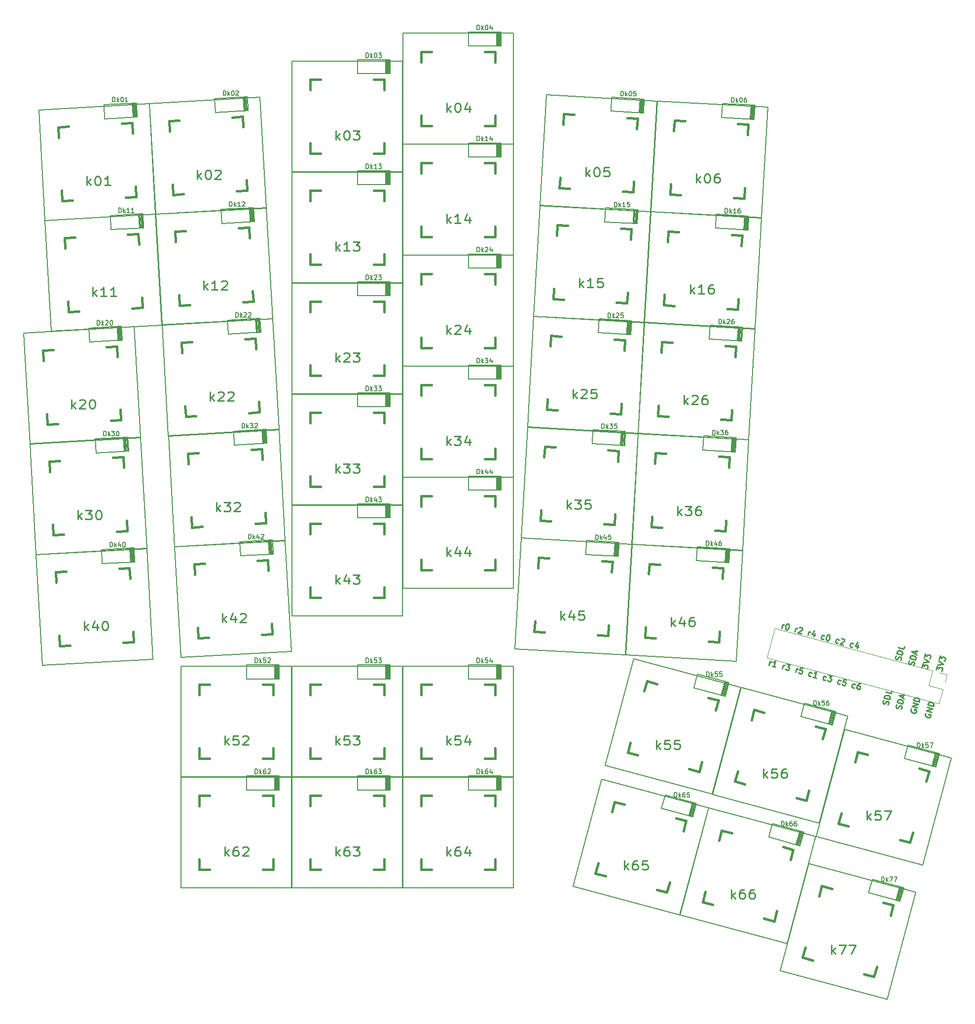
<source format=gto>
G04 #@! TF.FileFunction,Legend,Top*
%FSLAX46Y46*%
G04 Gerber Fmt 4.6, Leading zero omitted, Abs format (unit mm)*
G04 Created by KiCad (PCBNEW 4.0.6+dfsg1-1) date Sat Mar 24 19:44:59 2018*
%MOMM*%
%LPD*%
G01*
G04 APERTURE LIST*
%ADD10C,0.100000*%
%ADD11C,0.250000*%
%ADD12C,0.120000*%
%ADD13C,0.150000*%
%ADD14C,0.381000*%
%ADD15C,0.200000*%
%ADD16C,0.254000*%
G04 APERTURE END LIST*
D10*
D11*
X192809842Y-150706533D02*
X192739196Y-150786201D01*
X192702222Y-150924191D01*
X192711244Y-151074506D01*
X192778587Y-151191148D01*
X192858256Y-151261794D01*
X193029916Y-151357089D01*
X193167907Y-151394063D01*
X193364217Y-151397366D01*
X193468535Y-151376019D01*
X193585177Y-151308675D01*
X193668148Y-151183010D01*
X193692797Y-151091017D01*
X193683775Y-150940703D01*
X193650103Y-150882382D01*
X193328128Y-150796109D01*
X193278829Y-150980094D01*
X193853018Y-150493063D02*
X192887092Y-150234244D01*
X194000915Y-149941105D01*
X193034989Y-149682286D01*
X194124162Y-149481141D02*
X193158236Y-149222322D01*
X193219860Y-148992340D01*
X193302831Y-148866674D01*
X193419473Y-148799331D01*
X193523790Y-148777984D01*
X193720101Y-148781286D01*
X193858091Y-148818261D01*
X194029752Y-148913556D01*
X194109420Y-148984202D01*
X194176763Y-149100844D01*
X194185786Y-149251159D01*
X194124162Y-149481141D01*
X190359842Y-149936533D02*
X190289196Y-150016201D01*
X190252222Y-150154191D01*
X190261244Y-150304506D01*
X190328587Y-150421148D01*
X190408256Y-150491794D01*
X190579916Y-150587089D01*
X190717907Y-150624063D01*
X190914217Y-150627366D01*
X191018535Y-150606019D01*
X191135177Y-150538675D01*
X191218148Y-150413010D01*
X191242797Y-150321017D01*
X191233775Y-150170703D01*
X191200103Y-150112382D01*
X190878128Y-150026109D01*
X190828829Y-150210094D01*
X191403018Y-149723063D02*
X190437092Y-149464244D01*
X191550915Y-149171105D01*
X190584989Y-148912286D01*
X191674162Y-148711141D02*
X190708236Y-148452322D01*
X190769860Y-148222340D01*
X190852831Y-148096674D01*
X190969473Y-148029331D01*
X191073790Y-148007984D01*
X191270101Y-148011286D01*
X191408091Y-148048261D01*
X191579752Y-148143556D01*
X191659420Y-148214202D01*
X191726763Y-148330844D01*
X191735786Y-148481159D01*
X191674162Y-148711141D01*
X188566690Y-149977670D02*
X188649660Y-149852006D01*
X188711284Y-149622023D01*
X188689937Y-149517705D01*
X188656265Y-149459384D01*
X188576597Y-149388738D01*
X188484604Y-149364089D01*
X188380287Y-149385436D01*
X188321966Y-149419108D01*
X188251319Y-149498775D01*
X188156023Y-149670437D01*
X188085378Y-149750105D01*
X188027056Y-149783777D01*
X187922739Y-149805124D01*
X187830746Y-149780475D01*
X187751078Y-149709829D01*
X187717406Y-149651508D01*
X187696059Y-149547190D01*
X187757683Y-149317207D01*
X187840653Y-149191543D01*
X188871505Y-149024069D02*
X187905579Y-148765250D01*
X187967203Y-148535268D01*
X188050174Y-148409603D01*
X188166816Y-148342259D01*
X188271133Y-148320912D01*
X188467444Y-148324214D01*
X188605434Y-148361189D01*
X188777095Y-148456484D01*
X188856763Y-148527130D01*
X188924107Y-148643772D01*
X188933129Y-148794087D01*
X188871505Y-149024069D01*
X188842021Y-148030192D02*
X188965268Y-147570226D01*
X189093350Y-148196133D02*
X188213697Y-147615339D01*
X189265896Y-147552182D01*
X194610598Y-143224174D02*
X194770820Y-142626219D01*
X195052518Y-143046793D01*
X195089492Y-142908803D01*
X195160138Y-142829134D01*
X195218459Y-142795463D01*
X195322778Y-142774116D01*
X195552760Y-142835739D01*
X195632428Y-142906385D01*
X195666100Y-142964706D01*
X195687447Y-143069024D01*
X195613498Y-143345003D01*
X195542852Y-143424672D01*
X195484531Y-143458343D01*
X194844768Y-142350241D02*
X195896966Y-142287085D01*
X195017314Y-141706290D01*
X195078937Y-141476308D02*
X195239159Y-140878353D01*
X195520857Y-141298927D01*
X195557831Y-141160937D01*
X195628477Y-141081268D01*
X195686798Y-141047597D01*
X195791117Y-141026250D01*
X196021099Y-141087874D01*
X196100767Y-141158519D01*
X196134439Y-141216840D01*
X196155786Y-141321158D01*
X196081837Y-141597138D01*
X196011191Y-141676806D01*
X195952870Y-141710477D01*
X192110598Y-142834174D02*
X192270820Y-142236219D01*
X192552518Y-142656793D01*
X192589492Y-142518803D01*
X192660138Y-142439134D01*
X192718459Y-142405463D01*
X192822778Y-142384116D01*
X193052760Y-142445739D01*
X193132428Y-142516385D01*
X193166100Y-142574706D01*
X193187447Y-142679024D01*
X193113498Y-142955003D01*
X193042852Y-143034672D01*
X192984531Y-143068343D01*
X192344768Y-141960241D02*
X193396966Y-141897085D01*
X192517314Y-141316290D01*
X192578937Y-141086308D02*
X192739159Y-140488353D01*
X193020857Y-140908927D01*
X193057831Y-140770937D01*
X193128477Y-140691268D01*
X193186798Y-140657597D01*
X193291117Y-140636250D01*
X193521099Y-140697874D01*
X193600767Y-140768519D01*
X193634439Y-140826840D01*
X193655786Y-140931158D01*
X193581837Y-141207138D01*
X193511191Y-141286806D01*
X193452870Y-141320477D01*
X190726690Y-142437670D02*
X190809660Y-142312006D01*
X190871284Y-142082023D01*
X190849937Y-141977705D01*
X190816265Y-141919384D01*
X190736597Y-141848738D01*
X190644604Y-141824089D01*
X190540287Y-141845436D01*
X190481966Y-141879108D01*
X190411319Y-141958775D01*
X190316023Y-142130437D01*
X190245378Y-142210105D01*
X190187056Y-142243777D01*
X190082739Y-142265124D01*
X189990746Y-142240475D01*
X189911078Y-142169829D01*
X189877406Y-142111508D01*
X189856059Y-142007190D01*
X189917683Y-141777207D01*
X190000653Y-141651543D01*
X191031505Y-141484069D02*
X190065579Y-141225250D01*
X190127203Y-140995268D01*
X190210174Y-140869603D01*
X190326816Y-140802259D01*
X190431133Y-140780912D01*
X190627444Y-140784214D01*
X190765434Y-140821189D01*
X190937095Y-140916484D01*
X191016763Y-140987130D01*
X191084107Y-141103772D01*
X191093129Y-141254087D01*
X191031505Y-141484069D01*
X191002021Y-140490192D02*
X191125268Y-140030226D01*
X191253350Y-140656133D02*
X190373697Y-140075339D01*
X191425896Y-140012182D01*
X188472852Y-141594672D02*
X188555823Y-141469007D01*
X188617447Y-141239024D01*
X188596100Y-141134706D01*
X188562428Y-141076385D01*
X188482760Y-141005739D01*
X188390767Y-140981090D01*
X188286449Y-141002437D01*
X188228128Y-141036109D01*
X188157481Y-141115777D01*
X188062186Y-141287439D01*
X187991540Y-141367107D01*
X187933219Y-141400778D01*
X187828901Y-141422126D01*
X187736908Y-141397476D01*
X187657240Y-141326830D01*
X187623569Y-141268509D01*
X187602222Y-141164192D01*
X187663845Y-140934209D01*
X187746816Y-140808544D01*
X188777668Y-140641071D02*
X187811742Y-140382251D01*
X187873365Y-140152269D01*
X187956336Y-140026604D01*
X188072978Y-139959260D01*
X188177296Y-139937913D01*
X188373606Y-139941216D01*
X188511597Y-139978190D01*
X188683258Y-140073485D01*
X188762926Y-140144131D01*
X188830269Y-140260773D01*
X188839291Y-140411088D01*
X188777668Y-140641071D01*
X189159734Y-139215179D02*
X189036487Y-139675145D01*
X188070561Y-139416326D01*
X186312852Y-149234672D02*
X186395823Y-149109007D01*
X186457447Y-148879024D01*
X186436100Y-148774706D01*
X186402428Y-148716385D01*
X186322760Y-148645739D01*
X186230767Y-148621090D01*
X186126449Y-148642437D01*
X186068128Y-148676109D01*
X185997481Y-148755777D01*
X185902186Y-148927439D01*
X185831540Y-149007107D01*
X185773219Y-149040778D01*
X185668901Y-149062126D01*
X185576908Y-149037476D01*
X185497240Y-148966830D01*
X185463569Y-148908509D01*
X185442222Y-148804192D01*
X185503845Y-148574209D01*
X185586816Y-148448544D01*
X186617668Y-148281071D02*
X185651742Y-148022251D01*
X185713365Y-147792269D01*
X185796336Y-147666604D01*
X185912978Y-147599260D01*
X186017296Y-147577913D01*
X186213606Y-147581216D01*
X186351597Y-147618190D01*
X186523258Y-147713485D01*
X186602926Y-147784131D01*
X186670269Y-147900773D01*
X186679291Y-148051088D01*
X186617668Y-148281071D01*
X186999734Y-146855179D02*
X186876487Y-147315145D01*
X185910561Y-147056326D01*
X165912509Y-142450251D02*
X166085055Y-141806301D01*
X166035756Y-141990286D02*
X166106402Y-141910618D01*
X166164723Y-141876946D01*
X166269041Y-141855599D01*
X166361035Y-141880249D01*
X167016425Y-142746045D02*
X166464467Y-142598148D01*
X166740445Y-142672096D02*
X166999265Y-141706170D01*
X166870298Y-141819510D01*
X166753655Y-141886854D01*
X166649338Y-141908201D01*
X168166336Y-143054163D02*
X168338883Y-142410212D01*
X168289584Y-142594197D02*
X168360230Y-142514529D01*
X168418551Y-142480858D01*
X168522868Y-142459511D01*
X168614862Y-142484160D01*
X168931117Y-142223809D02*
X169529072Y-142384030D01*
X169108498Y-142665728D01*
X169246488Y-142702703D01*
X169326156Y-142773349D01*
X169359828Y-142831670D01*
X169381175Y-142935988D01*
X169319551Y-143165970D01*
X169248906Y-143245639D01*
X169190584Y-143279310D01*
X169086267Y-143300657D01*
X168810287Y-143226709D01*
X168730619Y-143156063D01*
X168696947Y-143097742D01*
X170420164Y-143658074D02*
X170592710Y-143014123D01*
X170543411Y-143198109D02*
X170614057Y-143118441D01*
X170672378Y-143084769D01*
X170776696Y-143063422D01*
X170868690Y-143088072D01*
X171736903Y-142975617D02*
X171276938Y-142852370D01*
X171107694Y-143300009D01*
X171166015Y-143266337D01*
X171270333Y-143244990D01*
X171500316Y-143306614D01*
X171579984Y-143377260D01*
X171613656Y-143435581D01*
X171635002Y-143539900D01*
X171573379Y-143769882D01*
X171502733Y-143849550D01*
X171444412Y-143883222D01*
X171340094Y-143904569D01*
X171110111Y-143842945D01*
X171030443Y-143772299D01*
X170996771Y-143713978D01*
X173100285Y-144326911D02*
X172995968Y-144348258D01*
X172811981Y-144298959D01*
X172732313Y-144228314D01*
X172698641Y-144169992D01*
X172677294Y-144065675D01*
X172751243Y-143789695D01*
X172821888Y-143710027D01*
X172880209Y-143676355D01*
X172984527Y-143655008D01*
X173168514Y-143704308D01*
X173248182Y-143774953D01*
X174007890Y-144619402D02*
X173455932Y-144471505D01*
X173731910Y-144545454D02*
X173990729Y-143579528D01*
X173861762Y-143692868D01*
X173745120Y-143760211D01*
X173640803Y-143781558D01*
X175584095Y-144992446D02*
X175479777Y-145013793D01*
X175295791Y-144964494D01*
X175216122Y-144893848D01*
X175182451Y-144835527D01*
X175161104Y-144731210D01*
X175235052Y-144455230D01*
X175305698Y-144375562D01*
X175364019Y-144341890D01*
X175468337Y-144320543D01*
X175652323Y-144369842D01*
X175731991Y-144440488D01*
X176152564Y-144158790D02*
X176750519Y-144319011D01*
X176329945Y-144600709D01*
X176467935Y-144637684D01*
X176547603Y-144708330D01*
X176581275Y-144766651D01*
X176602622Y-144870969D01*
X176540998Y-145100951D01*
X176470352Y-145180619D01*
X176412031Y-145214291D01*
X176307714Y-145235638D01*
X176031734Y-145161690D01*
X175952066Y-145091044D01*
X175918394Y-145032723D01*
X178067904Y-145657981D02*
X177963587Y-145679328D01*
X177779600Y-145630029D01*
X177699932Y-145559383D01*
X177666260Y-145501062D01*
X177644913Y-145396744D01*
X177718862Y-145120765D01*
X177789508Y-145041097D01*
X177847829Y-145007425D01*
X177952146Y-144986078D01*
X178136133Y-145035377D01*
X178215801Y-145106023D01*
X179188332Y-144972221D02*
X178728367Y-144848974D01*
X178559123Y-145296613D01*
X178617444Y-145262942D01*
X178721762Y-145241595D01*
X178951745Y-145303218D01*
X179031413Y-145373864D01*
X179065085Y-145432185D01*
X179086431Y-145536504D01*
X179024808Y-145766486D01*
X178954162Y-145846154D01*
X178895841Y-145879826D01*
X178791523Y-145901173D01*
X178561540Y-145839549D01*
X178481872Y-145768903D01*
X178448201Y-145710582D01*
X180551714Y-146323516D02*
X180447397Y-146344863D01*
X180263410Y-146295564D01*
X180183742Y-146224918D01*
X180150070Y-146166597D01*
X180128723Y-146062279D01*
X180202672Y-145786300D01*
X180273317Y-145706632D01*
X180331639Y-145672960D01*
X180435956Y-145651613D01*
X180619943Y-145700912D01*
X180699611Y-145771558D01*
X181626145Y-145625431D02*
X181442158Y-145576132D01*
X181337841Y-145597479D01*
X181279520Y-145631151D01*
X181150553Y-145744491D01*
X181055258Y-145916152D01*
X180956660Y-146284124D01*
X180978007Y-146388442D01*
X181011678Y-146446763D01*
X181091346Y-146517409D01*
X181275333Y-146566708D01*
X181379651Y-146545361D01*
X181437972Y-146511689D01*
X181508618Y-146432021D01*
X181570241Y-146202039D01*
X181548894Y-146097720D01*
X181515223Y-146039399D01*
X181435555Y-145968753D01*
X181251568Y-145919454D01*
X181147250Y-145940801D01*
X181088929Y-145974473D01*
X181018283Y-146054142D01*
X168074413Y-136103019D02*
X168246959Y-135459068D01*
X168197661Y-135643053D02*
X168268306Y-135563385D01*
X168326628Y-135529714D01*
X168430945Y-135508367D01*
X168522939Y-135533016D01*
X169115172Y-135346613D02*
X169207166Y-135371263D01*
X169286834Y-135441909D01*
X169320506Y-135500230D01*
X169341853Y-135604547D01*
X169338551Y-135800858D01*
X169276927Y-136030841D01*
X169181632Y-136202502D01*
X169110986Y-136282170D01*
X169052665Y-136315842D01*
X168948347Y-136337189D01*
X168856353Y-136312539D01*
X168776685Y-136241893D01*
X168743014Y-136183572D01*
X168721667Y-136079254D01*
X168724969Y-135882944D01*
X168786593Y-135652961D01*
X168881888Y-135481300D01*
X168952534Y-135401632D01*
X169010855Y-135367960D01*
X169115172Y-135346613D01*
X170328241Y-136706930D02*
X170500787Y-136062979D01*
X170451488Y-136246965D02*
X170522134Y-136167297D01*
X170580455Y-136133625D01*
X170684773Y-136112278D01*
X170776766Y-136136928D01*
X171114369Y-135980894D02*
X171172690Y-135947222D01*
X171277007Y-135925875D01*
X171506990Y-135987499D01*
X171586658Y-136058145D01*
X171620330Y-136116466D01*
X171641677Y-136220783D01*
X171617028Y-136312776D01*
X171534057Y-136438441D01*
X170834202Y-136842502D01*
X171432157Y-137002723D01*
X172582068Y-137310841D02*
X172754615Y-136666890D01*
X172705316Y-136850876D02*
X172775962Y-136771208D01*
X172834283Y-136737536D01*
X172938600Y-136716189D01*
X173030594Y-136740839D01*
X173766538Y-136938034D02*
X173593992Y-137581985D01*
X173635152Y-136508439D02*
X173220299Y-137136763D01*
X173818254Y-137296984D01*
X175262189Y-137979679D02*
X175157872Y-138001026D01*
X174973885Y-137951727D01*
X174894217Y-137881081D01*
X174860545Y-137822760D01*
X174839198Y-137718442D01*
X174913147Y-137442463D01*
X174983793Y-137362794D01*
X175042114Y-137329123D01*
X175146431Y-137307776D01*
X175330418Y-137357075D01*
X175410086Y-137427721D01*
X176106637Y-137219970D02*
X176198631Y-137244620D01*
X176278299Y-137315266D01*
X176311971Y-137373587D01*
X176333318Y-137477905D01*
X176330016Y-137674215D01*
X176268392Y-137904198D01*
X176173097Y-138075859D01*
X176102451Y-138155527D01*
X176044130Y-138189199D01*
X175939812Y-138210546D01*
X175847818Y-138185896D01*
X175768150Y-138115250D01*
X175734478Y-138056929D01*
X175713131Y-137952612D01*
X175716434Y-137756301D01*
X175778058Y-137526318D01*
X175873353Y-137354657D01*
X175943999Y-137274989D01*
X176002320Y-137241317D01*
X176106637Y-137219970D01*
X177745999Y-138645213D02*
X177641682Y-138666560D01*
X177457695Y-138617261D01*
X177378027Y-138546616D01*
X177344355Y-138488294D01*
X177323008Y-138383977D01*
X177396957Y-138107997D01*
X177467602Y-138028329D01*
X177525924Y-137994658D01*
X177630241Y-137973311D01*
X177814228Y-138022610D01*
X177893896Y-138093255D01*
X178335815Y-137915875D02*
X178394137Y-137882203D01*
X178498454Y-137860856D01*
X178728437Y-137922480D01*
X178808105Y-137993125D01*
X178841777Y-138051447D01*
X178863124Y-138155764D01*
X178838475Y-138247757D01*
X178755504Y-138373421D01*
X178055649Y-138777483D01*
X178653604Y-138937704D01*
X180229809Y-139310748D02*
X180125491Y-139332095D01*
X179941505Y-139282796D01*
X179861836Y-139212150D01*
X179828165Y-139153829D01*
X179806818Y-139049512D01*
X179880766Y-138773532D01*
X179951412Y-138693864D01*
X180009733Y-138660192D01*
X180114051Y-138638845D01*
X180298037Y-138688144D01*
X180377706Y-138758790D01*
X181217967Y-138934639D02*
X181045421Y-139578590D01*
X181086581Y-138505044D02*
X180671728Y-139133367D01*
X181269683Y-139293589D01*
D12*
X166911218Y-136139685D02*
X165565359Y-141162499D01*
X193957142Y-143386618D02*
X166911218Y-136139685D01*
X195122690Y-149082362D02*
X165565359Y-141162499D01*
X193957142Y-143386618D02*
X193284212Y-145898026D01*
X193284212Y-145898026D02*
X195795619Y-146570955D01*
X195795619Y-146570955D02*
X195122690Y-149082362D01*
X195183867Y-143715319D02*
X196468549Y-144059548D01*
X196468549Y-144059548D02*
X196124319Y-145344229D01*
D13*
X41626664Y-66182345D02*
X42703827Y-85151786D01*
X42703827Y-85151786D02*
X61673268Y-84074623D01*
X61673268Y-84074623D02*
X60596105Y-65105182D01*
X60596105Y-65105182D02*
X41626664Y-66182345D01*
D14*
X44950180Y-69148696D02*
X46725320Y-69047896D01*
X55854614Y-68529497D02*
X57629754Y-68428698D01*
X57629754Y-68428698D02*
X57730554Y-70203838D01*
X58248953Y-79333132D02*
X58349752Y-81108272D01*
X58349752Y-81108272D02*
X56574612Y-81209072D01*
X47445318Y-81727471D02*
X45670178Y-81828270D01*
X45670178Y-81828270D02*
X45569378Y-80053130D01*
X45050979Y-70923836D02*
X44950180Y-69148696D01*
D15*
X57824076Y-67441092D02*
X57688013Y-65044952D01*
X57923915Y-67435423D02*
X57787853Y-65039283D01*
X58023754Y-67429754D02*
X57887692Y-65033614D01*
X58198473Y-67419833D02*
X58062410Y-65023693D01*
X58373191Y-67409911D02*
X58237129Y-65013771D01*
X58547910Y-67399990D02*
X58411847Y-65003850D01*
X58547910Y-67399990D02*
X52956917Y-67717470D01*
X52956917Y-67717470D02*
X52820854Y-65321330D01*
X52820854Y-65321330D02*
X58411847Y-65003850D01*
D13*
X61726023Y-84121709D02*
X62803186Y-103091150D01*
X62803186Y-103091150D02*
X81772627Y-102013987D01*
X81772627Y-102013987D02*
X80695464Y-83044546D01*
X80695464Y-83044546D02*
X61726023Y-84121709D01*
D14*
X65049539Y-87088060D02*
X66824679Y-86987260D01*
X75953973Y-86468861D02*
X77729113Y-86368062D01*
X77729113Y-86368062D02*
X77829913Y-88143202D01*
X78348312Y-97272496D02*
X78449111Y-99047636D01*
X78449111Y-99047636D02*
X76673971Y-99148436D01*
X67544677Y-99666835D02*
X65769537Y-99767634D01*
X65769537Y-99767634D02*
X65668737Y-97992494D01*
X65150338Y-88863200D02*
X65049539Y-87088060D01*
D15*
X77923435Y-85380456D02*
X77787372Y-82984316D01*
X78023274Y-85374787D02*
X77887212Y-82978647D01*
X78123113Y-85369118D02*
X77987051Y-82972978D01*
X78297832Y-85359197D02*
X78161769Y-82963057D01*
X78472550Y-85349275D02*
X78336488Y-82953135D01*
X78647269Y-85339354D02*
X78511206Y-82943214D01*
X78647269Y-85339354D02*
X73056276Y-85656834D01*
X73056276Y-85656834D02*
X72920213Y-83260694D01*
X72920213Y-83260694D02*
X78511206Y-82943214D01*
D13*
X103064638Y-34025000D02*
X103064638Y-53025000D01*
X103064638Y-53025000D02*
X122064638Y-53025000D01*
X122064638Y-53025000D02*
X122064638Y-34025000D01*
X122064638Y-34025000D02*
X103064638Y-34025000D01*
D14*
X106214638Y-37175000D02*
X107992638Y-37175000D01*
X117136638Y-37175000D02*
X118914638Y-37175000D01*
X118914638Y-37175000D02*
X118914638Y-38953000D01*
X118914638Y-48097000D02*
X118914638Y-49875000D01*
X118914638Y-49875000D02*
X117136638Y-49875000D01*
X107992638Y-49875000D02*
X106214638Y-49875000D01*
X106214638Y-49875000D02*
X106214638Y-48097000D01*
X106214638Y-38953000D02*
X106214638Y-37175000D01*
D15*
X119164638Y-36200000D02*
X119164638Y-33800000D01*
X119264638Y-36200000D02*
X119264638Y-33800000D01*
X119364638Y-36200000D02*
X119364638Y-33800000D01*
X119539638Y-36200000D02*
X119539638Y-33800000D01*
X119714638Y-36200000D02*
X119714638Y-33800000D01*
X119889638Y-36200000D02*
X119889638Y-33800000D01*
X119889638Y-36200000D02*
X114289638Y-36200000D01*
X114289638Y-36200000D02*
X114289638Y-33800000D01*
X114289638Y-33800000D02*
X119889638Y-33800000D01*
D13*
X63886018Y-122160432D02*
X64963181Y-141129873D01*
X64963181Y-141129873D02*
X83932622Y-140052710D01*
X83932622Y-140052710D02*
X82855459Y-121083269D01*
X82855459Y-121083269D02*
X63886018Y-122160432D01*
D14*
X67209534Y-125126783D02*
X68984674Y-125025983D01*
X78113968Y-124507584D02*
X79889108Y-124406785D01*
X79889108Y-124406785D02*
X79989908Y-126181925D01*
X80508307Y-135311219D02*
X80609106Y-137086359D01*
X80609106Y-137086359D02*
X78833966Y-137187159D01*
X69704672Y-137705558D02*
X67929532Y-137806357D01*
X67929532Y-137806357D02*
X67828732Y-136031217D01*
X67310333Y-126901923D02*
X67209534Y-125126783D01*
D15*
X80083431Y-123419179D02*
X79947368Y-121023039D01*
X80183270Y-123413510D02*
X80047208Y-121017370D01*
X80283109Y-123407841D02*
X80147047Y-121011701D01*
X80457828Y-123397920D02*
X80321765Y-121001780D01*
X80632546Y-123387998D02*
X80496484Y-120991858D01*
X80807265Y-123378077D02*
X80671202Y-120981937D01*
X80807265Y-123378077D02*
X75216272Y-123695557D01*
X75216272Y-123695557D02*
X75080209Y-121299417D01*
X75080209Y-121299417D02*
X80671202Y-120981937D01*
D13*
X127691253Y-44570973D02*
X126614090Y-63540414D01*
X126614090Y-63540414D02*
X145583531Y-64617577D01*
X145583531Y-64617577D02*
X146660694Y-45648136D01*
X146660694Y-45648136D02*
X127691253Y-44570973D01*
D14*
X130657604Y-47894489D02*
X132432744Y-47995288D01*
X141562038Y-48513687D02*
X143337178Y-48614487D01*
X143337178Y-48614487D02*
X143236379Y-50389627D01*
X142717980Y-59518921D02*
X142617180Y-61294061D01*
X142617180Y-61294061D02*
X140842040Y-61193262D01*
X131712746Y-60674863D02*
X129937606Y-60574063D01*
X129937606Y-60574063D02*
X130038405Y-58798923D01*
X130556804Y-49669629D02*
X130657604Y-47894489D01*
D15*
X143642051Y-47655229D02*
X143778114Y-45259089D01*
X143741891Y-47660898D02*
X143877953Y-45264758D01*
X143841730Y-47666567D02*
X143977792Y-45270427D01*
X144016448Y-47676488D02*
X144152511Y-45280348D01*
X144191167Y-47686410D02*
X144327229Y-45290270D01*
X144365885Y-47696331D02*
X144501948Y-45300191D01*
X144365885Y-47696331D02*
X138774892Y-47378851D01*
X138774892Y-47378851D02*
X138910955Y-44982711D01*
X138910955Y-44982711D02*
X144501948Y-45300191D01*
D13*
X143470621Y-102709055D02*
X142393458Y-121678496D01*
X142393458Y-121678496D02*
X161362899Y-122755659D01*
X161362899Y-122755659D02*
X162440062Y-103786218D01*
X162440062Y-103786218D02*
X143470621Y-102709055D01*
D14*
X146436972Y-106032571D02*
X148212112Y-106133370D01*
X157341406Y-106651769D02*
X159116546Y-106752569D01*
X159116546Y-106752569D02*
X159015747Y-108527709D01*
X158497348Y-117657003D02*
X158396548Y-119432143D01*
X158396548Y-119432143D02*
X156621408Y-119331344D01*
X147492114Y-118812945D02*
X145716974Y-118712145D01*
X145716974Y-118712145D02*
X145817773Y-116937005D01*
X146336172Y-107807711D02*
X146436972Y-106032571D01*
D15*
X159421420Y-105793311D02*
X159557483Y-103397171D01*
X159521260Y-105798980D02*
X159657322Y-103402840D01*
X159621099Y-105804649D02*
X159757161Y-103408509D01*
X159795817Y-105814570D02*
X159931880Y-103418430D01*
X159970536Y-105824492D02*
X160106598Y-103428352D01*
X160145254Y-105834413D02*
X160281317Y-103438273D01*
X160145254Y-105834413D02*
X154554261Y-105516933D01*
X154554261Y-105516933D02*
X154690324Y-103120793D01*
X154690324Y-103120793D02*
X160281317Y-103438273D01*
D13*
X84014638Y-161660000D02*
X84014638Y-180660000D01*
X84014638Y-180660000D02*
X103014638Y-180660000D01*
X103014638Y-180660000D02*
X103014638Y-161660000D01*
X103014638Y-161660000D02*
X84014638Y-161660000D01*
D14*
X87164638Y-164810000D02*
X88942638Y-164810000D01*
X98086638Y-164810000D02*
X99864638Y-164810000D01*
X99864638Y-164810000D02*
X99864638Y-166588000D01*
X99864638Y-175732000D02*
X99864638Y-177510000D01*
X99864638Y-177510000D02*
X98086638Y-177510000D01*
X88942638Y-177510000D02*
X87164638Y-177510000D01*
X87164638Y-177510000D02*
X87164638Y-175732000D01*
X87164638Y-166588000D02*
X87164638Y-164810000D01*
D15*
X100114638Y-163835000D02*
X100114638Y-161435000D01*
X100214638Y-163835000D02*
X100214638Y-161435000D01*
X100314638Y-163835000D02*
X100314638Y-161435000D01*
X100489638Y-163835000D02*
X100489638Y-161435000D01*
X100664638Y-163835000D02*
X100664638Y-161435000D01*
X100839638Y-163835000D02*
X100839638Y-161435000D01*
X100839638Y-163835000D02*
X95239638Y-163835000D01*
X95239638Y-163835000D02*
X95239638Y-161435000D01*
X95239638Y-161435000D02*
X100839638Y-161435000D01*
D13*
X40546667Y-47162984D02*
X41623830Y-66132425D01*
X41623830Y-66132425D02*
X60593271Y-65055262D01*
X60593271Y-65055262D02*
X59516108Y-46085821D01*
X59516108Y-46085821D02*
X40546667Y-47162984D01*
D14*
X43870183Y-50129335D02*
X45645323Y-50028535D01*
X54774617Y-49510136D02*
X56549757Y-49409337D01*
X56549757Y-49409337D02*
X56650557Y-51184477D01*
X57168956Y-60313771D02*
X57269755Y-62088911D01*
X57269755Y-62088911D02*
X55494615Y-62189711D01*
X46365321Y-62708110D02*
X44590181Y-62808909D01*
X44590181Y-62808909D02*
X44489381Y-61033769D01*
X43970982Y-51904475D02*
X43870183Y-50129335D01*
D15*
X56744079Y-48421731D02*
X56608016Y-46025591D01*
X56843918Y-48416062D02*
X56707856Y-46019922D01*
X56943757Y-48410393D02*
X56807695Y-46014253D01*
X57118476Y-48400472D02*
X56982413Y-46004332D01*
X57293194Y-48390550D02*
X57157132Y-45994410D01*
X57467913Y-48380629D02*
X57331850Y-45984489D01*
X57467913Y-48380629D02*
X51876920Y-48698109D01*
X51876920Y-48698109D02*
X51740857Y-46301969D01*
X51740857Y-46301969D02*
X57331850Y-45984489D01*
D13*
X62806021Y-103141070D02*
X63883184Y-122110511D01*
X63883184Y-122110511D02*
X82852625Y-121033348D01*
X82852625Y-121033348D02*
X81775462Y-102063907D01*
X81775462Y-102063907D02*
X62806021Y-103141070D01*
D14*
X66129537Y-106107421D02*
X67904677Y-106006621D01*
X77033971Y-105488222D02*
X78809111Y-105387423D01*
X78809111Y-105387423D02*
X78909911Y-107162563D01*
X79428310Y-116291857D02*
X79529109Y-118066997D01*
X79529109Y-118066997D02*
X77753969Y-118167797D01*
X68624675Y-118686196D02*
X66849535Y-118786995D01*
X66849535Y-118786995D02*
X66748735Y-117011855D01*
X66230336Y-107882561D02*
X66129537Y-106107421D01*
D15*
X79003433Y-104399817D02*
X78867370Y-102003677D01*
X79103272Y-104394148D02*
X78967210Y-101998008D01*
X79203111Y-104388479D02*
X79067049Y-101992339D01*
X79377830Y-104378558D02*
X79241767Y-101982418D01*
X79552548Y-104368636D02*
X79416486Y-101972496D01*
X79727267Y-104358715D02*
X79591204Y-101962575D01*
X79727267Y-104358715D02*
X74136274Y-104676195D01*
X74136274Y-104676195D02*
X74000211Y-102280055D01*
X74000211Y-102280055D02*
X79591204Y-101962575D01*
D13*
X103064638Y-53075000D02*
X103064638Y-72075000D01*
X103064638Y-72075000D02*
X122064638Y-72075000D01*
X122064638Y-72075000D02*
X122064638Y-53075000D01*
X122064638Y-53075000D02*
X103064638Y-53075000D01*
D14*
X106214638Y-56225000D02*
X107992638Y-56225000D01*
X117136638Y-56225000D02*
X118914638Y-56225000D01*
X118914638Y-56225000D02*
X118914638Y-58003000D01*
X118914638Y-67147000D02*
X118914638Y-68925000D01*
X118914638Y-68925000D02*
X117136638Y-68925000D01*
X107992638Y-68925000D02*
X106214638Y-68925000D01*
X106214638Y-68925000D02*
X106214638Y-67147000D01*
X106214638Y-58003000D02*
X106214638Y-56225000D01*
D15*
X119164638Y-55250000D02*
X119164638Y-52850000D01*
X119264638Y-55250000D02*
X119264638Y-52850000D01*
X119364638Y-55250000D02*
X119364638Y-52850000D01*
X119539638Y-55250000D02*
X119539638Y-52850000D01*
X119714638Y-55250000D02*
X119714638Y-52850000D01*
X119889638Y-55250000D02*
X119889638Y-52850000D01*
X119889638Y-55250000D02*
X114289638Y-55250000D01*
X114289638Y-55250000D02*
X114289638Y-52850000D01*
X114289638Y-52850000D02*
X119889638Y-52850000D01*
D13*
X84014638Y-114987500D02*
X84014638Y-133987500D01*
X84014638Y-133987500D02*
X103014638Y-133987500D01*
X103014638Y-133987500D02*
X103014638Y-114987500D01*
X103014638Y-114987500D02*
X84014638Y-114987500D01*
D14*
X87164638Y-118137500D02*
X88942638Y-118137500D01*
X98086638Y-118137500D02*
X99864638Y-118137500D01*
X99864638Y-118137500D02*
X99864638Y-119915500D01*
X99864638Y-129059500D02*
X99864638Y-130837500D01*
X99864638Y-130837500D02*
X98086638Y-130837500D01*
X88942638Y-130837500D02*
X87164638Y-130837500D01*
X87164638Y-130837500D02*
X87164638Y-129059500D01*
X87164638Y-119915500D02*
X87164638Y-118137500D01*
D15*
X100114638Y-117162500D02*
X100114638Y-114762500D01*
X100214638Y-117162500D02*
X100214638Y-114762500D01*
X100314638Y-117162500D02*
X100314638Y-114762500D01*
X100489638Y-117162500D02*
X100489638Y-114762500D01*
X100664638Y-117162500D02*
X100664638Y-114762500D01*
X100839638Y-117162500D02*
X100839638Y-114762500D01*
X100839638Y-117162500D02*
X95239638Y-117162500D01*
X95239638Y-117162500D02*
X95239638Y-114762500D01*
X95239638Y-114762500D02*
X100839638Y-114762500D01*
D13*
X126611255Y-63590335D02*
X125534092Y-82559776D01*
X125534092Y-82559776D02*
X144503533Y-83636939D01*
X144503533Y-83636939D02*
X145580696Y-64667498D01*
X145580696Y-64667498D02*
X126611255Y-63590335D01*
D14*
X129577606Y-66913851D02*
X131352746Y-67014650D01*
X140482040Y-67533049D02*
X142257180Y-67633849D01*
X142257180Y-67633849D02*
X142156381Y-69408989D01*
X141637982Y-78538283D02*
X141537182Y-80313423D01*
X141537182Y-80313423D02*
X139762042Y-80212624D01*
X130632748Y-79694225D02*
X128857608Y-79593425D01*
X128857608Y-79593425D02*
X128958407Y-77818285D01*
X129476806Y-68688991D02*
X129577606Y-66913851D01*
D15*
X142562053Y-66674591D02*
X142698116Y-64278451D01*
X142661893Y-66680260D02*
X142797955Y-64284120D01*
X142761732Y-66685929D02*
X142897794Y-64289789D01*
X142936450Y-66695850D02*
X143072513Y-64299710D01*
X143111169Y-66705772D02*
X143247231Y-64309632D01*
X143285887Y-66715693D02*
X143421950Y-64319553D01*
X143285887Y-66715693D02*
X137694894Y-66398213D01*
X137694894Y-66398213D02*
X137830957Y-64002073D01*
X137830957Y-64002073D02*
X143421950Y-64319553D01*
D13*
X142390624Y-121728416D02*
X141313461Y-140697857D01*
X141313461Y-140697857D02*
X160282902Y-141775020D01*
X160282902Y-141775020D02*
X161360065Y-122805579D01*
X161360065Y-122805579D02*
X142390624Y-121728416D01*
D14*
X145356975Y-125051932D02*
X147132115Y-125152731D01*
X156261409Y-125671130D02*
X158036549Y-125771930D01*
X158036549Y-125771930D02*
X157935750Y-127547070D01*
X157417351Y-136676364D02*
X157316551Y-138451504D01*
X157316551Y-138451504D02*
X155541411Y-138350705D01*
X146412117Y-137832306D02*
X144636977Y-137731506D01*
X144636977Y-137731506D02*
X144737776Y-135956366D01*
X145256175Y-126827072D02*
X145356975Y-125051932D01*
D15*
X158341422Y-124812672D02*
X158477485Y-122416532D01*
X158441262Y-124818341D02*
X158577324Y-122422201D01*
X158541101Y-124824010D02*
X158677163Y-122427870D01*
X158715819Y-124833931D02*
X158851882Y-122437791D01*
X158890538Y-124843853D02*
X159026600Y-122447713D01*
X159065256Y-124853774D02*
X159201319Y-122457634D01*
X159065256Y-124853774D02*
X153474263Y-124536294D01*
X153474263Y-124536294D02*
X153610326Y-122140154D01*
X153610326Y-122140154D02*
X159201319Y-122457634D01*
D13*
X103064638Y-161660000D02*
X103064638Y-180660000D01*
X103064638Y-180660000D02*
X122064638Y-180660000D01*
X122064638Y-180660000D02*
X122064638Y-161660000D01*
X122064638Y-161660000D02*
X103064638Y-161660000D01*
D14*
X106214638Y-164810000D02*
X107992638Y-164810000D01*
X117136638Y-164810000D02*
X118914638Y-164810000D01*
X118914638Y-164810000D02*
X118914638Y-166588000D01*
X118914638Y-175732000D02*
X118914638Y-177510000D01*
X118914638Y-177510000D02*
X117136638Y-177510000D01*
X107992638Y-177510000D02*
X106214638Y-177510000D01*
X106214638Y-177510000D02*
X106214638Y-175732000D01*
X106214638Y-166588000D02*
X106214638Y-164810000D01*
D15*
X119164638Y-163835000D02*
X119164638Y-161435000D01*
X119264638Y-163835000D02*
X119264638Y-161435000D01*
X119364638Y-163835000D02*
X119364638Y-161435000D01*
X119539638Y-163835000D02*
X119539638Y-161435000D01*
X119714638Y-163835000D02*
X119714638Y-161435000D01*
X119889638Y-163835000D02*
X119889638Y-161435000D01*
X119889638Y-163835000D02*
X114289638Y-163835000D01*
X114289638Y-163835000D02*
X114289638Y-161435000D01*
X114289638Y-161435000D02*
X119889638Y-161435000D01*
D13*
X59566028Y-46082986D02*
X60643191Y-65052427D01*
X60643191Y-65052427D02*
X79612632Y-63975264D01*
X79612632Y-63975264D02*
X78535469Y-45005823D01*
X78535469Y-45005823D02*
X59566028Y-46082986D01*
D14*
X62889544Y-49049337D02*
X64664684Y-48948537D01*
X73793978Y-48430138D02*
X75569118Y-48329339D01*
X75569118Y-48329339D02*
X75669918Y-50104479D01*
X76188317Y-59233773D02*
X76289116Y-61008913D01*
X76289116Y-61008913D02*
X74513976Y-61109713D01*
X65384682Y-61628112D02*
X63609542Y-61728911D01*
X63609542Y-61728911D02*
X63508742Y-59953771D01*
X62990343Y-50824477D02*
X62889544Y-49049337D01*
D15*
X75763440Y-47341733D02*
X75627377Y-44945593D01*
X75863279Y-47336064D02*
X75727217Y-44939924D01*
X75963118Y-47330395D02*
X75827056Y-44934255D01*
X76137837Y-47320474D02*
X76001774Y-44924334D01*
X76312555Y-47310552D02*
X76176493Y-44914412D01*
X76487274Y-47300631D02*
X76351211Y-44904491D01*
X76487274Y-47300631D02*
X70896281Y-47618111D01*
X70896281Y-47618111D02*
X70760218Y-45221971D01*
X70760218Y-45221971D02*
X76351211Y-44904491D01*
D13*
X84014638Y-95937500D02*
X84014638Y-114937500D01*
X84014638Y-114937500D02*
X103014638Y-114937500D01*
X103014638Y-114937500D02*
X103014638Y-95937500D01*
X103014638Y-95937500D02*
X84014638Y-95937500D01*
D14*
X87164638Y-99087500D02*
X88942638Y-99087500D01*
X98086638Y-99087500D02*
X99864638Y-99087500D01*
X99864638Y-99087500D02*
X99864638Y-100865500D01*
X99864638Y-110009500D02*
X99864638Y-111787500D01*
X99864638Y-111787500D02*
X98086638Y-111787500D01*
X88942638Y-111787500D02*
X87164638Y-111787500D01*
X87164638Y-111787500D02*
X87164638Y-110009500D01*
X87164638Y-100865500D02*
X87164638Y-99087500D01*
D15*
X100114638Y-98112500D02*
X100114638Y-95712500D01*
X100214638Y-98112500D02*
X100214638Y-95712500D01*
X100314638Y-98112500D02*
X100314638Y-95712500D01*
X100489638Y-98112500D02*
X100489638Y-95712500D01*
X100664638Y-98112500D02*
X100664638Y-95712500D01*
X100839638Y-98112500D02*
X100839638Y-95712500D01*
X100839638Y-98112500D02*
X95239638Y-98112500D01*
X95239638Y-98112500D02*
X95239638Y-95712500D01*
X95239638Y-95712500D02*
X100839638Y-95712500D01*
D13*
X103064638Y-72125000D02*
X103064638Y-91125000D01*
X103064638Y-91125000D02*
X122064638Y-91125000D01*
X122064638Y-91125000D02*
X122064638Y-72125000D01*
X122064638Y-72125000D02*
X103064638Y-72125000D01*
D14*
X106214638Y-75275000D02*
X107992638Y-75275000D01*
X117136638Y-75275000D02*
X118914638Y-75275000D01*
X118914638Y-75275000D02*
X118914638Y-77053000D01*
X118914638Y-86197000D02*
X118914638Y-87975000D01*
X118914638Y-87975000D02*
X117136638Y-87975000D01*
X107992638Y-87975000D02*
X106214638Y-87975000D01*
X106214638Y-87975000D02*
X106214638Y-86197000D01*
X106214638Y-77053000D02*
X106214638Y-75275000D01*
D15*
X119164638Y-74300000D02*
X119164638Y-71900000D01*
X119264638Y-74300000D02*
X119264638Y-71900000D01*
X119364638Y-74300000D02*
X119364638Y-71900000D01*
X119539638Y-74300000D02*
X119539638Y-71900000D01*
X119714638Y-74300000D02*
X119714638Y-71900000D01*
X119889638Y-74300000D02*
X119889638Y-71900000D01*
X119889638Y-74300000D02*
X114289638Y-74300000D01*
X114289638Y-74300000D02*
X114289638Y-71900000D01*
X114289638Y-71900000D02*
X119889638Y-71900000D01*
D13*
X84014638Y-142610000D02*
X84014638Y-161610000D01*
X84014638Y-161610000D02*
X103014638Y-161610000D01*
X103014638Y-161610000D02*
X103014638Y-142610000D01*
X103014638Y-142610000D02*
X84014638Y-142610000D01*
D14*
X87164638Y-145760000D02*
X88942638Y-145760000D01*
X98086638Y-145760000D02*
X99864638Y-145760000D01*
X99864638Y-145760000D02*
X99864638Y-147538000D01*
X99864638Y-156682000D02*
X99864638Y-158460000D01*
X99864638Y-158460000D02*
X98086638Y-158460000D01*
X88942638Y-158460000D02*
X87164638Y-158460000D01*
X87164638Y-158460000D02*
X87164638Y-156682000D01*
X87164638Y-147538000D02*
X87164638Y-145760000D01*
D15*
X100114638Y-144785000D02*
X100114638Y-142385000D01*
X100214638Y-144785000D02*
X100214638Y-142385000D01*
X100314638Y-144785000D02*
X100314638Y-142385000D01*
X100489638Y-144785000D02*
X100489638Y-142385000D01*
X100664638Y-144785000D02*
X100664638Y-142385000D01*
X100839638Y-144785000D02*
X100839638Y-142385000D01*
X100839638Y-144785000D02*
X95239638Y-144785000D01*
X95239638Y-144785000D02*
X95239638Y-142385000D01*
X95239638Y-142385000D02*
X100839638Y-142385000D01*
D13*
X145630616Y-64670332D02*
X144553453Y-83639773D01*
X144553453Y-83639773D02*
X163522894Y-84716936D01*
X163522894Y-84716936D02*
X164600057Y-65747495D01*
X164600057Y-65747495D02*
X145630616Y-64670332D01*
D14*
X148596967Y-67993848D02*
X150372107Y-68094647D01*
X159501401Y-68613046D02*
X161276541Y-68713846D01*
X161276541Y-68713846D02*
X161175742Y-70488986D01*
X160657343Y-79618280D02*
X160556543Y-81393420D01*
X160556543Y-81393420D02*
X158781403Y-81292621D01*
X149652109Y-80774222D02*
X147876969Y-80673422D01*
X147876969Y-80673422D02*
X147977768Y-78898282D01*
X148496167Y-69768988D02*
X148596967Y-67993848D01*
D15*
X161581415Y-67754588D02*
X161717478Y-65358448D01*
X161681255Y-67760257D02*
X161817317Y-65364117D01*
X161781094Y-67765926D02*
X161917156Y-65369786D01*
X161955812Y-67775847D02*
X162091875Y-65379707D01*
X162130531Y-67785769D02*
X162266593Y-65389629D01*
X162305249Y-67795690D02*
X162441312Y-65399550D01*
X162305249Y-67795690D02*
X156714256Y-67478210D01*
X156714256Y-67478210D02*
X156850319Y-65082070D01*
X156850319Y-65082070D02*
X162441312Y-65399550D01*
D13*
X161114404Y-146243549D02*
X156196842Y-164596139D01*
X156196842Y-164596139D02*
X174549432Y-169513701D01*
X174549432Y-169513701D02*
X179466994Y-151161111D01*
X179466994Y-151161111D02*
X161114404Y-146243549D01*
D14*
X163341790Y-150101495D02*
X165059206Y-150561675D01*
X173891632Y-152928317D02*
X175609048Y-153388497D01*
X175609048Y-153388497D02*
X175148868Y-155105913D01*
X172782226Y-163938339D02*
X172322046Y-165655755D01*
X172322046Y-165655755D02*
X170604630Y-165195575D01*
X161772204Y-162828933D02*
X160054788Y-162368753D01*
X160054788Y-162368753D02*
X160514968Y-160651337D01*
X162881610Y-151818911D02*
X163341790Y-150101495D01*
D15*
X176102877Y-152511425D02*
X176724043Y-150193203D01*
X176199470Y-152537306D02*
X176820636Y-150219084D01*
X176296062Y-152563188D02*
X176917228Y-150244966D01*
X176465099Y-152608482D02*
X177086265Y-150290260D01*
X176634136Y-152653775D02*
X177255302Y-150335553D01*
X176803173Y-152699068D02*
X177424339Y-150380846D01*
X176803173Y-152699068D02*
X171393989Y-151249682D01*
X171393989Y-151249682D02*
X172015155Y-148931460D01*
X172015155Y-148931460D02*
X177424339Y-150380846D01*
D13*
X103064638Y-142610000D02*
X103064638Y-161610000D01*
X103064638Y-161610000D02*
X122064638Y-161610000D01*
X122064638Y-161610000D02*
X122064638Y-142610000D01*
X122064638Y-142610000D02*
X103064638Y-142610000D01*
D14*
X106214638Y-145760000D02*
X107992638Y-145760000D01*
X117136638Y-145760000D02*
X118914638Y-145760000D01*
X118914638Y-145760000D02*
X118914638Y-147538000D01*
X118914638Y-156682000D02*
X118914638Y-158460000D01*
X118914638Y-158460000D02*
X117136638Y-158460000D01*
X107992638Y-158460000D02*
X106214638Y-158460000D01*
X106214638Y-158460000D02*
X106214638Y-156682000D01*
X106214638Y-147538000D02*
X106214638Y-145760000D01*
D15*
X119164638Y-144785000D02*
X119164638Y-142385000D01*
X119264638Y-144785000D02*
X119264638Y-142385000D01*
X119364638Y-144785000D02*
X119364638Y-142385000D01*
X119539638Y-144785000D02*
X119539638Y-142385000D01*
X119714638Y-144785000D02*
X119714638Y-142385000D01*
X119889638Y-144785000D02*
X119889638Y-142385000D01*
X119889638Y-144785000D02*
X114289638Y-144785000D01*
X114289638Y-144785000D02*
X114289638Y-142385000D01*
X114289638Y-142385000D02*
X119889638Y-142385000D01*
D13*
X60646025Y-65102348D02*
X61723188Y-84071789D01*
X61723188Y-84071789D02*
X80692629Y-82994626D01*
X80692629Y-82994626D02*
X79615466Y-64025185D01*
X79615466Y-64025185D02*
X60646025Y-65102348D01*
D14*
X63969541Y-68068699D02*
X65744681Y-67967899D01*
X74873975Y-67449500D02*
X76649115Y-67348701D01*
X76649115Y-67348701D02*
X76749915Y-69123841D01*
X77268314Y-78253135D02*
X77369113Y-80028275D01*
X77369113Y-80028275D02*
X75593973Y-80129075D01*
X66464679Y-80647474D02*
X64689539Y-80748273D01*
X64689539Y-80748273D02*
X64588739Y-78973133D01*
X64070340Y-69843839D02*
X63969541Y-68068699D01*
D15*
X76843438Y-66361095D02*
X76707375Y-63964955D01*
X76943277Y-66355426D02*
X76807215Y-63959286D01*
X77043116Y-66349757D02*
X76907054Y-63953617D01*
X77217835Y-66339836D02*
X77081772Y-63943696D01*
X77392553Y-66329914D02*
X77256491Y-63933774D01*
X77567272Y-66319993D02*
X77431209Y-63923853D01*
X77567272Y-66319993D02*
X71976279Y-66637473D01*
X71976279Y-66637473D02*
X71840216Y-64241333D01*
X71840216Y-64241333D02*
X77431209Y-63923853D01*
D13*
X84014638Y-76887500D02*
X84014638Y-95887500D01*
X84014638Y-95887500D02*
X103014638Y-95887500D01*
X103014638Y-95887500D02*
X103014638Y-76887500D01*
X103014638Y-76887500D02*
X84014638Y-76887500D01*
D14*
X87164638Y-80037500D02*
X88942638Y-80037500D01*
X98086638Y-80037500D02*
X99864638Y-80037500D01*
X99864638Y-80037500D02*
X99864638Y-81815500D01*
X99864638Y-90959500D02*
X99864638Y-92737500D01*
X99864638Y-92737500D02*
X98086638Y-92737500D01*
X88942638Y-92737500D02*
X87164638Y-92737500D01*
X87164638Y-92737500D02*
X87164638Y-90959500D01*
X87164638Y-81815500D02*
X87164638Y-80037500D01*
D15*
X100114638Y-79062500D02*
X100114638Y-76662500D01*
X100214638Y-79062500D02*
X100214638Y-76662500D01*
X100314638Y-79062500D02*
X100314638Y-76662500D01*
X100489638Y-79062500D02*
X100489638Y-76662500D01*
X100664638Y-79062500D02*
X100664638Y-76662500D01*
X100839638Y-79062500D02*
X100839638Y-76662500D01*
X100839638Y-79062500D02*
X95239638Y-79062500D01*
X95239638Y-79062500D02*
X95239638Y-76662500D01*
X95239638Y-76662500D02*
X100839638Y-76662500D01*
D13*
X103064638Y-91175000D02*
X103064638Y-110175000D01*
X103064638Y-110175000D02*
X122064638Y-110175000D01*
X122064638Y-110175000D02*
X122064638Y-91175000D01*
X122064638Y-91175000D02*
X103064638Y-91175000D01*
D14*
X106214638Y-94325000D02*
X107992638Y-94325000D01*
X117136638Y-94325000D02*
X118914638Y-94325000D01*
X118914638Y-94325000D02*
X118914638Y-96103000D01*
X118914638Y-105247000D02*
X118914638Y-107025000D01*
X118914638Y-107025000D02*
X117136638Y-107025000D01*
X107992638Y-107025000D02*
X106214638Y-107025000D01*
X106214638Y-107025000D02*
X106214638Y-105247000D01*
X106214638Y-96103000D02*
X106214638Y-94325000D01*
D15*
X119164638Y-93350000D02*
X119164638Y-90950000D01*
X119264638Y-93350000D02*
X119264638Y-90950000D01*
X119364638Y-93350000D02*
X119364638Y-90950000D01*
X119539638Y-93350000D02*
X119539638Y-90950000D01*
X119714638Y-93350000D02*
X119714638Y-90950000D01*
X119889638Y-93350000D02*
X119889638Y-90950000D01*
X119889638Y-93350000D02*
X114289638Y-93350000D01*
X114289638Y-93350000D02*
X114289638Y-90950000D01*
X114289638Y-90950000D02*
X119889638Y-90950000D01*
D13*
X64964638Y-142610000D02*
X64964638Y-161610000D01*
X64964638Y-161610000D02*
X83964638Y-161610000D01*
X83964638Y-161610000D02*
X83964638Y-142610000D01*
X83964638Y-142610000D02*
X64964638Y-142610000D01*
D14*
X68114638Y-145760000D02*
X69892638Y-145760000D01*
X79036638Y-145760000D02*
X80814638Y-145760000D01*
X80814638Y-145760000D02*
X80814638Y-147538000D01*
X80814638Y-156682000D02*
X80814638Y-158460000D01*
X80814638Y-158460000D02*
X79036638Y-158460000D01*
X69892638Y-158460000D02*
X68114638Y-158460000D01*
X68114638Y-158460000D02*
X68114638Y-156682000D01*
X68114638Y-147538000D02*
X68114638Y-145760000D01*
D15*
X81064638Y-144785000D02*
X81064638Y-142385000D01*
X81164638Y-144785000D02*
X81164638Y-142385000D01*
X81264638Y-144785000D02*
X81264638Y-142385000D01*
X81439638Y-144785000D02*
X81439638Y-142385000D01*
X81614638Y-144785000D02*
X81614638Y-142385000D01*
X81789638Y-144785000D02*
X81789638Y-142385000D01*
X81789638Y-144785000D02*
X76189638Y-144785000D01*
X76189638Y-144785000D02*
X76189638Y-142385000D01*
X76189638Y-142385000D02*
X81789638Y-142385000D01*
D13*
X144550619Y-83689694D02*
X143473456Y-102659135D01*
X143473456Y-102659135D02*
X162442897Y-103736298D01*
X162442897Y-103736298D02*
X163520060Y-84766857D01*
X163520060Y-84766857D02*
X144550619Y-83689694D01*
D14*
X147516970Y-87013210D02*
X149292110Y-87114009D01*
X158421404Y-87632408D02*
X160196544Y-87733208D01*
X160196544Y-87733208D02*
X160095745Y-89508348D01*
X159577346Y-98637642D02*
X159476546Y-100412782D01*
X159476546Y-100412782D02*
X157701406Y-100311983D01*
X148572112Y-99793584D02*
X146796972Y-99692784D01*
X146796972Y-99692784D02*
X146897771Y-97917644D01*
X147416170Y-88788350D02*
X147516970Y-87013210D01*
D15*
X160501417Y-86773949D02*
X160637480Y-84377809D01*
X160601257Y-86779618D02*
X160737319Y-84383478D01*
X160701096Y-86785287D02*
X160837158Y-84389147D01*
X160875814Y-86795208D02*
X161011877Y-84399068D01*
X161050533Y-86805130D02*
X161186595Y-84408990D01*
X161225251Y-86815051D02*
X161361314Y-84418911D01*
X161225251Y-86815051D02*
X155634258Y-86497571D01*
X155634258Y-86497571D02*
X155770321Y-84101431D01*
X155770321Y-84101431D02*
X161361314Y-84418911D01*
D13*
X178898978Y-153474163D02*
X173981416Y-171826753D01*
X173981416Y-171826753D02*
X192334006Y-176744315D01*
X192334006Y-176744315D02*
X197251568Y-158391725D01*
X197251568Y-158391725D02*
X178898978Y-153474163D01*
D14*
X181126364Y-157332109D02*
X182843780Y-157792289D01*
X191676206Y-160158931D02*
X193393622Y-160619111D01*
X193393622Y-160619111D02*
X192933442Y-162336527D01*
X190566800Y-171168953D02*
X190106620Y-172886369D01*
X190106620Y-172886369D02*
X188389204Y-172426189D01*
X179556778Y-170059547D02*
X177839362Y-169599367D01*
X177839362Y-169599367D02*
X178299542Y-167881951D01*
X180666184Y-159049525D02*
X181126364Y-157332109D01*
D15*
X193887452Y-159742038D02*
X194508618Y-157423816D01*
X193984045Y-159767919D02*
X194605211Y-157449697D01*
X194080637Y-159793801D02*
X194701803Y-157475579D01*
X194249674Y-159839095D02*
X194870840Y-157520873D01*
X194418711Y-159884388D02*
X195039877Y-157566166D01*
X194587748Y-159929681D02*
X195208914Y-157611459D01*
X194587748Y-159929681D02*
X189178564Y-158480295D01*
X189178564Y-158480295D02*
X189799730Y-156162073D01*
X189799730Y-156162073D02*
X195208914Y-157611459D01*
D13*
X123371262Y-120648419D02*
X122294099Y-139617860D01*
X122294099Y-139617860D02*
X141263540Y-140695023D01*
X141263540Y-140695023D02*
X142340703Y-121725582D01*
X142340703Y-121725582D02*
X123371262Y-120648419D01*
D14*
X126337613Y-123971935D02*
X128112753Y-124072734D01*
X137242047Y-124591133D02*
X139017187Y-124691933D01*
X139017187Y-124691933D02*
X138916388Y-126467073D01*
X138397989Y-135596367D02*
X138297189Y-137371507D01*
X138297189Y-137371507D02*
X136522049Y-137270708D01*
X127392755Y-136752309D02*
X125617615Y-136651509D01*
X125617615Y-136651509D02*
X125718414Y-134876369D01*
X126236813Y-125747075D02*
X126337613Y-123971935D01*
D15*
X139322061Y-123732674D02*
X139458124Y-121336534D01*
X139421901Y-123738343D02*
X139557963Y-121342203D01*
X139521740Y-123744012D02*
X139657802Y-121347872D01*
X139696458Y-123753933D02*
X139832521Y-121357793D01*
X139871177Y-123763855D02*
X140007239Y-121367715D01*
X140045895Y-123773776D02*
X140181958Y-121377636D01*
X140045895Y-123773776D02*
X134454902Y-123456296D01*
X134454902Y-123456296D02*
X134590965Y-121060156D01*
X134590965Y-121060156D02*
X140181958Y-121377636D01*
D13*
X84014638Y-57837500D02*
X84014638Y-76837500D01*
X84014638Y-76837500D02*
X103014638Y-76837500D01*
X103014638Y-76837500D02*
X103014638Y-57837500D01*
X103014638Y-57837500D02*
X84014638Y-57837500D01*
D14*
X87164638Y-60987500D02*
X88942638Y-60987500D01*
X98086638Y-60987500D02*
X99864638Y-60987500D01*
X99864638Y-60987500D02*
X99864638Y-62765500D01*
X99864638Y-71909500D02*
X99864638Y-73687500D01*
X99864638Y-73687500D02*
X98086638Y-73687500D01*
X88942638Y-73687500D02*
X87164638Y-73687500D01*
X87164638Y-73687500D02*
X87164638Y-71909500D01*
X87164638Y-62765500D02*
X87164638Y-60987500D01*
D15*
X100114638Y-60012500D02*
X100114638Y-57612500D01*
X100214638Y-60012500D02*
X100214638Y-57612500D01*
X100314638Y-60012500D02*
X100314638Y-57612500D01*
X100489638Y-60012500D02*
X100489638Y-57612500D01*
X100664638Y-60012500D02*
X100664638Y-57612500D01*
X100839638Y-60012500D02*
X100839638Y-57612500D01*
X100839638Y-60012500D02*
X95239638Y-60012500D01*
X95239638Y-60012500D02*
X95239638Y-57612500D01*
X95239638Y-57612500D02*
X100839638Y-57612500D01*
D13*
X37951821Y-85471706D02*
X39028984Y-104441147D01*
X39028984Y-104441147D02*
X57998425Y-103363984D01*
X57998425Y-103363984D02*
X56921262Y-84394543D01*
X56921262Y-84394543D02*
X37951821Y-85471706D01*
D14*
X41275337Y-88438057D02*
X43050477Y-88337257D01*
X52179771Y-87818858D02*
X53954911Y-87718059D01*
X53954911Y-87718059D02*
X54055711Y-89493199D01*
X54574110Y-98622493D02*
X54674909Y-100397633D01*
X54674909Y-100397633D02*
X52899769Y-100498433D01*
X43770475Y-101016832D02*
X41995335Y-101117631D01*
X41995335Y-101117631D02*
X41894535Y-99342491D01*
X41376136Y-90213197D02*
X41275337Y-88438057D01*
D15*
X54149234Y-86730453D02*
X54013171Y-84334313D01*
X54249073Y-86724784D02*
X54113011Y-84328644D01*
X54348912Y-86719115D02*
X54212850Y-84322975D01*
X54523631Y-86709194D02*
X54387568Y-84313054D01*
X54698349Y-86699272D02*
X54562287Y-84303132D01*
X54873068Y-86689351D02*
X54737005Y-84293211D01*
X54873068Y-86689351D02*
X49282075Y-87006831D01*
X49282075Y-87006831D02*
X49146012Y-84610691D01*
X49146012Y-84610691D02*
X54737005Y-84293211D01*
D13*
X103064638Y-110225000D02*
X103064638Y-129225000D01*
X103064638Y-129225000D02*
X122064638Y-129225000D01*
X122064638Y-129225000D02*
X122064638Y-110225000D01*
X122064638Y-110225000D02*
X103064638Y-110225000D01*
D14*
X106214638Y-113375000D02*
X107992638Y-113375000D01*
X117136638Y-113375000D02*
X118914638Y-113375000D01*
X118914638Y-113375000D02*
X118914638Y-115153000D01*
X118914638Y-124297000D02*
X118914638Y-126075000D01*
X118914638Y-126075000D02*
X117136638Y-126075000D01*
X107992638Y-126075000D02*
X106214638Y-126075000D01*
X106214638Y-126075000D02*
X106214638Y-124297000D01*
X106214638Y-115153000D02*
X106214638Y-113375000D01*
D15*
X119164638Y-112400000D02*
X119164638Y-110000000D01*
X119264638Y-112400000D02*
X119264638Y-110000000D01*
X119364638Y-112400000D02*
X119364638Y-110000000D01*
X119539638Y-112400000D02*
X119539638Y-110000000D01*
X119714638Y-112400000D02*
X119714638Y-110000000D01*
X119889638Y-112400000D02*
X119889638Y-110000000D01*
X119889638Y-112400000D02*
X114289638Y-112400000D01*
X114289638Y-112400000D02*
X114289638Y-110000000D01*
X114289638Y-110000000D02*
X119889638Y-110000000D01*
D13*
X64964638Y-161660000D02*
X64964638Y-180660000D01*
X64964638Y-180660000D02*
X83964638Y-180660000D01*
X83964638Y-180660000D02*
X83964638Y-161660000D01*
X83964638Y-161660000D02*
X64964638Y-161660000D01*
D14*
X68114638Y-164810000D02*
X69892638Y-164810000D01*
X79036638Y-164810000D02*
X80814638Y-164810000D01*
X80814638Y-164810000D02*
X80814638Y-166588000D01*
X80814638Y-175732000D02*
X80814638Y-177510000D01*
X80814638Y-177510000D02*
X79036638Y-177510000D01*
X69892638Y-177510000D02*
X68114638Y-177510000D01*
X68114638Y-177510000D02*
X68114638Y-175732000D01*
X68114638Y-166588000D02*
X68114638Y-164810000D01*
D15*
X81064638Y-163835000D02*
X81064638Y-161435000D01*
X81164638Y-163835000D02*
X81164638Y-161435000D01*
X81264638Y-163835000D02*
X81264638Y-161435000D01*
X81439638Y-163835000D02*
X81439638Y-161435000D01*
X81614638Y-163835000D02*
X81614638Y-161435000D01*
X81789638Y-163835000D02*
X81789638Y-161435000D01*
X81789638Y-163835000D02*
X76189638Y-163835000D01*
X76189638Y-163835000D02*
X76189638Y-161435000D01*
X76189638Y-161435000D02*
X81789638Y-161435000D01*
D13*
X125531257Y-82609696D02*
X124454094Y-101579137D01*
X124454094Y-101579137D02*
X143423535Y-102656300D01*
X143423535Y-102656300D02*
X144500698Y-83686859D01*
X144500698Y-83686859D02*
X125531257Y-82609696D01*
D14*
X128497608Y-85933212D02*
X130272748Y-86034011D01*
X139402042Y-86552410D02*
X141177182Y-86653210D01*
X141177182Y-86653210D02*
X141076383Y-88428350D01*
X140557984Y-97557644D02*
X140457184Y-99332784D01*
X140457184Y-99332784D02*
X138682044Y-99231985D01*
X129552750Y-98713586D02*
X127777610Y-98612786D01*
X127777610Y-98612786D02*
X127878409Y-96837646D01*
X128396808Y-87708352D02*
X128497608Y-85933212D01*
D15*
X141482056Y-85693952D02*
X141618119Y-83297812D01*
X141581896Y-85699621D02*
X141717958Y-83303481D01*
X141681735Y-85705290D02*
X141817797Y-83309150D01*
X141856453Y-85715211D02*
X141992516Y-83319071D01*
X142031172Y-85725133D02*
X142167234Y-83328993D01*
X142205890Y-85735054D02*
X142341953Y-83338914D01*
X142205890Y-85735054D02*
X136614897Y-85417574D01*
X136614897Y-85417574D02*
X136750960Y-83021434D01*
X136750960Y-83021434D02*
X142341953Y-83338914D01*
D13*
X172735849Y-176475272D02*
X167818287Y-194827862D01*
X167818287Y-194827862D02*
X186170877Y-199745424D01*
X186170877Y-199745424D02*
X191088439Y-181392834D01*
X191088439Y-181392834D02*
X172735849Y-176475272D01*
D14*
X174963235Y-180333218D02*
X176680651Y-180793398D01*
X185513077Y-183160040D02*
X187230493Y-183620220D01*
X187230493Y-183620220D02*
X186770313Y-185337636D01*
X184403671Y-194170062D02*
X183943491Y-195887478D01*
X183943491Y-195887478D02*
X182226075Y-195427298D01*
X173393649Y-193060656D02*
X171676233Y-192600476D01*
X171676233Y-192600476D02*
X172136413Y-190883060D01*
X174503055Y-182050634D02*
X174963235Y-180333218D01*
D15*
X187724323Y-182743147D02*
X188345489Y-180424925D01*
X187820916Y-182769028D02*
X188442082Y-180450806D01*
X187917508Y-182794910D02*
X188538674Y-180476688D01*
X188086545Y-182840204D02*
X188707711Y-180521982D01*
X188255582Y-182885497D02*
X188876748Y-180567275D01*
X188424619Y-182930790D02*
X189045785Y-180612568D01*
X188424619Y-182930790D02*
X183015435Y-181481404D01*
X183015435Y-181481404D02*
X183636601Y-179163182D01*
X183636601Y-179163182D02*
X189045785Y-180612568D01*
D13*
X142713517Y-141313046D02*
X137795955Y-159665636D01*
X137795955Y-159665636D02*
X156148545Y-164583198D01*
X156148545Y-164583198D02*
X161066107Y-146230608D01*
X161066107Y-146230608D02*
X142713517Y-141313046D01*
D14*
X144940903Y-145170992D02*
X146658319Y-145631172D01*
X155490745Y-147997814D02*
X157208161Y-148457994D01*
X157208161Y-148457994D02*
X156747981Y-150175410D01*
X154381339Y-159007836D02*
X153921159Y-160725252D01*
X153921159Y-160725252D02*
X152203743Y-160265072D01*
X143371317Y-157898430D02*
X141653901Y-157438250D01*
X141653901Y-157438250D02*
X142114081Y-155720834D01*
X144480723Y-146888408D02*
X144940903Y-145170992D01*
D15*
X157701991Y-147580922D02*
X158323157Y-145262700D01*
X157798584Y-147606803D02*
X158419750Y-145288581D01*
X157895176Y-147632685D02*
X158516342Y-145314463D01*
X158064213Y-147677979D02*
X158685379Y-145359757D01*
X158233250Y-147723272D02*
X158854416Y-145405050D01*
X158402287Y-147768565D02*
X159023453Y-145450343D01*
X158402287Y-147768565D02*
X152993103Y-146319179D01*
X152993103Y-146319179D02*
X153614269Y-144000957D01*
X153614269Y-144000957D02*
X159023453Y-145450343D01*
D13*
X84014638Y-38787500D02*
X84014638Y-57787500D01*
X84014638Y-57787500D02*
X103014638Y-57787500D01*
X103014638Y-57787500D02*
X103014638Y-38787500D01*
X103014638Y-38787500D02*
X84014638Y-38787500D01*
D14*
X87164638Y-41937500D02*
X88942638Y-41937500D01*
X98086638Y-41937500D02*
X99864638Y-41937500D01*
X99864638Y-41937500D02*
X99864638Y-43715500D01*
X99864638Y-52859500D02*
X99864638Y-54637500D01*
X99864638Y-54637500D02*
X98086638Y-54637500D01*
X88942638Y-54637500D02*
X87164638Y-54637500D01*
X87164638Y-54637500D02*
X87164638Y-52859500D01*
X87164638Y-43715500D02*
X87164638Y-41937500D01*
D15*
X100114638Y-40962500D02*
X100114638Y-38562500D01*
X100214638Y-40962500D02*
X100214638Y-38562500D01*
X100314638Y-40962500D02*
X100314638Y-38562500D01*
X100489638Y-40962500D02*
X100489638Y-38562500D01*
X100664638Y-40962500D02*
X100664638Y-38562500D01*
X100839638Y-40962500D02*
X100839638Y-38562500D01*
X100839638Y-40962500D02*
X95239638Y-40962500D01*
X95239638Y-40962500D02*
X95239638Y-38562500D01*
X95239638Y-38562500D02*
X100839638Y-38562500D01*
D13*
X39031819Y-104491067D02*
X40108982Y-123460508D01*
X40108982Y-123460508D02*
X59078423Y-122383345D01*
X59078423Y-122383345D02*
X58001260Y-103413904D01*
X58001260Y-103413904D02*
X39031819Y-104491067D01*
D14*
X42355335Y-107457418D02*
X44130475Y-107356618D01*
X53259769Y-106838219D02*
X55034909Y-106737420D01*
X55034909Y-106737420D02*
X55135709Y-108512560D01*
X55654108Y-117641854D02*
X55754907Y-119416994D01*
X55754907Y-119416994D02*
X53979767Y-119517794D01*
X44850473Y-120036193D02*
X43075333Y-120136992D01*
X43075333Y-120136992D02*
X42974533Y-118361852D01*
X42456134Y-109232558D02*
X42355335Y-107457418D01*
D15*
X55229231Y-105749814D02*
X55093168Y-103353674D01*
X55329070Y-105744145D02*
X55193008Y-103348005D01*
X55428909Y-105738476D02*
X55292847Y-103342336D01*
X55603628Y-105728555D02*
X55467565Y-103332415D01*
X55778346Y-105718633D02*
X55642284Y-103322493D01*
X55953065Y-105708712D02*
X55817002Y-103312572D01*
X55953065Y-105708712D02*
X50362072Y-106026192D01*
X50362072Y-106026192D02*
X50226009Y-103630052D01*
X50226009Y-103630052D02*
X55817002Y-103312572D01*
D13*
X124451260Y-101629057D02*
X123374097Y-120598498D01*
X123374097Y-120598498D02*
X142343538Y-121675661D01*
X142343538Y-121675661D02*
X143420701Y-102706220D01*
X143420701Y-102706220D02*
X124451260Y-101629057D01*
D14*
X127417611Y-104952573D02*
X129192751Y-105053372D01*
X138322045Y-105571771D02*
X140097185Y-105672571D01*
X140097185Y-105672571D02*
X139996386Y-107447711D01*
X139477987Y-116577005D02*
X139377187Y-118352145D01*
X139377187Y-118352145D02*
X137602047Y-118251346D01*
X128472753Y-117732947D02*
X126697613Y-117632147D01*
X126697613Y-117632147D02*
X126798412Y-115857007D01*
X127316811Y-106727713D02*
X127417611Y-104952573D01*
D15*
X140402058Y-104713313D02*
X140538121Y-102317173D01*
X140501898Y-104718982D02*
X140637960Y-102322842D01*
X140601737Y-104724651D02*
X140737799Y-102328511D01*
X140776455Y-104734572D02*
X140912518Y-102338432D01*
X140951174Y-104744494D02*
X141087236Y-102348354D01*
X141125892Y-104754415D02*
X141261955Y-102358275D01*
X141125892Y-104754415D02*
X135534899Y-104436935D01*
X135534899Y-104436935D02*
X135670962Y-102040795D01*
X135670962Y-102040795D02*
X141261955Y-102358275D01*
D13*
X40111817Y-123510429D02*
X41188980Y-142479870D01*
X41188980Y-142479870D02*
X60158421Y-141402707D01*
X60158421Y-141402707D02*
X59081258Y-122433266D01*
X59081258Y-122433266D02*
X40111817Y-123510429D01*
D14*
X43435333Y-126476780D02*
X45210473Y-126375980D01*
X54339767Y-125857581D02*
X56114907Y-125756782D01*
X56114907Y-125756782D02*
X56215707Y-127531922D01*
X56734106Y-136661216D02*
X56834905Y-138436356D01*
X56834905Y-138436356D02*
X55059765Y-138537156D01*
X45930471Y-139055555D02*
X44155331Y-139156354D01*
X44155331Y-139156354D02*
X44054531Y-137381214D01*
X43536132Y-128251920D02*
X43435333Y-126476780D01*
D15*
X56309229Y-124769176D02*
X56173166Y-122373036D01*
X56409068Y-124763507D02*
X56273006Y-122367367D01*
X56508907Y-124757838D02*
X56372845Y-122361698D01*
X56683626Y-124747917D02*
X56547563Y-122351777D01*
X56858344Y-124737995D02*
X56722282Y-122341855D01*
X57033063Y-124728074D02*
X56897000Y-122331934D01*
X57033063Y-124728074D02*
X51442070Y-125045554D01*
X51442070Y-125045554D02*
X51306007Y-122649414D01*
X51306007Y-122649414D02*
X56897000Y-122331934D01*
D13*
X146710614Y-45650971D02*
X145633451Y-64620412D01*
X145633451Y-64620412D02*
X164602892Y-65697575D01*
X164602892Y-65697575D02*
X165680055Y-46728134D01*
X165680055Y-46728134D02*
X146710614Y-45650971D01*
D14*
X149676965Y-48974487D02*
X151452105Y-49075286D01*
X160581399Y-49593685D02*
X162356539Y-49694485D01*
X162356539Y-49694485D02*
X162255740Y-51469625D01*
X161737341Y-60598919D02*
X161636541Y-62374059D01*
X161636541Y-62374059D02*
X159861401Y-62273260D01*
X150732107Y-61754861D02*
X148956967Y-61654061D01*
X148956967Y-61654061D02*
X149057766Y-59878921D01*
X149576165Y-50749627D02*
X149676965Y-48974487D01*
D15*
X162661412Y-48735227D02*
X162797475Y-46339087D01*
X162761252Y-48740896D02*
X162897314Y-46344756D01*
X162861091Y-48746565D02*
X162997153Y-46350425D01*
X163035809Y-48756486D02*
X163171872Y-46360346D01*
X163210528Y-48766408D02*
X163346590Y-46370268D01*
X163385246Y-48776329D02*
X163521309Y-46380189D01*
X163385246Y-48776329D02*
X157794253Y-48458849D01*
X157794253Y-48458849D02*
X157930316Y-46062709D01*
X157930316Y-46062709D02*
X163521309Y-46380189D01*
D13*
X155567588Y-166944547D02*
X150650026Y-185297137D01*
X150650026Y-185297137D02*
X169002616Y-190214699D01*
X169002616Y-190214699D02*
X173920178Y-171862109D01*
X173920178Y-171862109D02*
X155567588Y-166944547D01*
D14*
X157794974Y-170802493D02*
X159512390Y-171262673D01*
X168344816Y-173629315D02*
X170062232Y-174089495D01*
X170062232Y-174089495D02*
X169602052Y-175806911D01*
X167235410Y-184639337D02*
X166775230Y-186356753D01*
X166775230Y-186356753D02*
X165057814Y-185896573D01*
X156225388Y-183529931D02*
X154507972Y-183069751D01*
X154507972Y-183069751D02*
X154968152Y-181352335D01*
X157334794Y-172519909D02*
X157794974Y-170802493D01*
D15*
X170556062Y-173212423D02*
X171177228Y-170894201D01*
X170652655Y-173238304D02*
X171273821Y-170920082D01*
X170749247Y-173264186D02*
X171370413Y-170945964D01*
X170918284Y-173309480D02*
X171539450Y-170991258D01*
X171087321Y-173354773D02*
X171708487Y-171036551D01*
X171256358Y-173400066D02*
X171877524Y-171081844D01*
X171256358Y-173400066D02*
X165847174Y-171950680D01*
X165847174Y-171950680D02*
X166468340Y-169632458D01*
X166468340Y-169632458D02*
X171877524Y-171081844D01*
D13*
X137166701Y-162014044D02*
X132249139Y-180366634D01*
X132249139Y-180366634D02*
X150601729Y-185284196D01*
X150601729Y-185284196D02*
X155519291Y-166931606D01*
X155519291Y-166931606D02*
X137166701Y-162014044D01*
D14*
X139394087Y-165871990D02*
X141111503Y-166332170D01*
X149943929Y-168698812D02*
X151661345Y-169158992D01*
X151661345Y-169158992D02*
X151201165Y-170876408D01*
X148834523Y-179708834D02*
X148374343Y-181426250D01*
X148374343Y-181426250D02*
X146656927Y-180966070D01*
X137824501Y-178599428D02*
X136107085Y-178139248D01*
X136107085Y-178139248D02*
X136567265Y-176421832D01*
X138933907Y-167589406D02*
X139394087Y-165871990D01*
D15*
X152155175Y-168281920D02*
X152776341Y-165963698D01*
X152251768Y-168307801D02*
X152872934Y-165989579D01*
X152348360Y-168333683D02*
X152969526Y-166015461D01*
X152517397Y-168378977D02*
X153138563Y-166060755D01*
X152686434Y-168424270D02*
X153307600Y-166106048D01*
X152855471Y-168469563D02*
X153476637Y-166151341D01*
X152855471Y-168469563D02*
X147446287Y-167020177D01*
X147446287Y-167020177D02*
X148067453Y-164701955D01*
X148067453Y-164701955D02*
X153476637Y-166151341D01*
D16*
X49847500Y-79114602D02*
X49847500Y-77590602D01*
X50016834Y-78534030D02*
X50524834Y-79114602D01*
X50524834Y-78098602D02*
X49847500Y-78679173D01*
X52218167Y-79114602D02*
X51202167Y-79114602D01*
X51710167Y-79114602D02*
X51710167Y-77590602D01*
X51540833Y-77808316D01*
X51371500Y-77953459D01*
X51202167Y-78026030D01*
X53911500Y-79114602D02*
X52895500Y-79114602D01*
X53403500Y-79114602D02*
X53403500Y-77590602D01*
X53234166Y-77808316D01*
X53064833Y-77953459D01*
X52895500Y-78026030D01*
D13*
X54280010Y-64800661D02*
X54280010Y-64000661D01*
X54470486Y-64000661D01*
X54584772Y-64038756D01*
X54660963Y-64114946D01*
X54699058Y-64191137D01*
X54737153Y-64343518D01*
X54737153Y-64457804D01*
X54699058Y-64610185D01*
X54660963Y-64686375D01*
X54584772Y-64762566D01*
X54470486Y-64800661D01*
X54280010Y-64800661D01*
X55080010Y-64800661D02*
X55080010Y-64000661D01*
X55156201Y-64495899D02*
X55384772Y-64800661D01*
X55384772Y-64267327D02*
X55080010Y-64572089D01*
X56146677Y-64800661D02*
X55689534Y-64800661D01*
X55918105Y-64800661D02*
X55918105Y-64000661D01*
X55841915Y-64114946D01*
X55765724Y-64191137D01*
X55689534Y-64229232D01*
X56908582Y-64800661D02*
X56451439Y-64800661D01*
X56680010Y-64800661D02*
X56680010Y-64000661D01*
X56603820Y-64114946D01*
X56527629Y-64191137D01*
X56451439Y-64229232D01*
D16*
X69946859Y-97053966D02*
X69946859Y-95529966D01*
X70116193Y-96473394D02*
X70624193Y-97053966D01*
X70624193Y-96037966D02*
X69946859Y-96618537D01*
X71301526Y-95675108D02*
X71386192Y-95602537D01*
X71555526Y-95529966D01*
X71978859Y-95529966D01*
X72148192Y-95602537D01*
X72232859Y-95675108D01*
X72317526Y-95820251D01*
X72317526Y-95965394D01*
X72232859Y-96183108D01*
X71216859Y-97053966D01*
X72317526Y-97053966D01*
X72994859Y-95675108D02*
X73079525Y-95602537D01*
X73248859Y-95529966D01*
X73672192Y-95529966D01*
X73841525Y-95602537D01*
X73926192Y-95675108D01*
X74010859Y-95820251D01*
X74010859Y-95965394D01*
X73926192Y-96183108D01*
X72910192Y-97053966D01*
X74010859Y-97053966D01*
D13*
X74379369Y-82740025D02*
X74379369Y-81940025D01*
X74569845Y-81940025D01*
X74684131Y-81978120D01*
X74760322Y-82054310D01*
X74798417Y-82130501D01*
X74836512Y-82282882D01*
X74836512Y-82397168D01*
X74798417Y-82549549D01*
X74760322Y-82625739D01*
X74684131Y-82701930D01*
X74569845Y-82740025D01*
X74379369Y-82740025D01*
X75179369Y-82740025D02*
X75179369Y-81940025D01*
X75255560Y-82435263D02*
X75484131Y-82740025D01*
X75484131Y-82206691D02*
X75179369Y-82511453D01*
X75788893Y-82016215D02*
X75826988Y-81978120D01*
X75903179Y-81940025D01*
X76093655Y-81940025D01*
X76169845Y-81978120D01*
X76207941Y-82016215D01*
X76246036Y-82092406D01*
X76246036Y-82168596D01*
X76207941Y-82282882D01*
X75750798Y-82740025D01*
X76246036Y-82740025D01*
X76550798Y-82016215D02*
X76588893Y-81978120D01*
X76665084Y-81940025D01*
X76855560Y-81940025D01*
X76931750Y-81978120D01*
X76969846Y-82016215D01*
X77007941Y-82092406D01*
X77007941Y-82168596D01*
X76969846Y-82282882D01*
X76512703Y-82740025D01*
X77007941Y-82740025D01*
D16*
X110574972Y-47516429D02*
X110574972Y-45992429D01*
X110744306Y-46935857D02*
X111252306Y-47516429D01*
X111252306Y-46500429D02*
X110574972Y-47081000D01*
X112352972Y-45992429D02*
X112522305Y-45992429D01*
X112691639Y-46065000D01*
X112776305Y-46137571D01*
X112860972Y-46282714D01*
X112945639Y-46573000D01*
X112945639Y-46935857D01*
X112860972Y-47226143D01*
X112776305Y-47371286D01*
X112691639Y-47443857D01*
X112522305Y-47516429D01*
X112352972Y-47516429D01*
X112183639Y-47443857D01*
X112098972Y-47371286D01*
X112014305Y-47226143D01*
X111929639Y-46935857D01*
X111929639Y-46573000D01*
X112014305Y-46282714D01*
X112098972Y-46137571D01*
X112183639Y-46065000D01*
X112352972Y-45992429D01*
X114469638Y-46500429D02*
X114469638Y-47516429D01*
X114046305Y-45919857D02*
X113622972Y-47008429D01*
X114723638Y-47008429D01*
D13*
X115794400Y-33436905D02*
X115794400Y-32636905D01*
X115984876Y-32636905D01*
X116099162Y-32675000D01*
X116175353Y-32751190D01*
X116213448Y-32827381D01*
X116251543Y-32979762D01*
X116251543Y-33094048D01*
X116213448Y-33246429D01*
X116175353Y-33322619D01*
X116099162Y-33398810D01*
X115984876Y-33436905D01*
X115794400Y-33436905D01*
X116594400Y-33436905D02*
X116594400Y-32636905D01*
X116670591Y-33132143D02*
X116899162Y-33436905D01*
X116899162Y-32903571D02*
X116594400Y-33208333D01*
X117394400Y-32636905D02*
X117470591Y-32636905D01*
X117546781Y-32675000D01*
X117584876Y-32713095D01*
X117622972Y-32789286D01*
X117661067Y-32941667D01*
X117661067Y-33132143D01*
X117622972Y-33284524D01*
X117584876Y-33360714D01*
X117546781Y-33398810D01*
X117470591Y-33436905D01*
X117394400Y-33436905D01*
X117318210Y-33398810D01*
X117280114Y-33360714D01*
X117242019Y-33284524D01*
X117203924Y-33132143D01*
X117203924Y-32941667D01*
X117242019Y-32789286D01*
X117280114Y-32713095D01*
X117318210Y-32675000D01*
X117394400Y-32636905D01*
X118346781Y-32903571D02*
X118346781Y-33436905D01*
X118156305Y-32598810D02*
X117965829Y-33170238D01*
X118461067Y-33170238D01*
D16*
X72106854Y-135092689D02*
X72106854Y-133568689D01*
X72276188Y-134512117D02*
X72784188Y-135092689D01*
X72784188Y-134076689D02*
X72106854Y-134657260D01*
X74308187Y-134076689D02*
X74308187Y-135092689D01*
X73884854Y-133496117D02*
X73461521Y-134584689D01*
X74562187Y-134584689D01*
X75154854Y-133713831D02*
X75239520Y-133641260D01*
X75408854Y-133568689D01*
X75832187Y-133568689D01*
X76001520Y-133641260D01*
X76086187Y-133713831D01*
X76170854Y-133858974D01*
X76170854Y-134004117D01*
X76086187Y-134221831D01*
X75070187Y-135092689D01*
X76170854Y-135092689D01*
D13*
X76539365Y-120778748D02*
X76539365Y-119978748D01*
X76729841Y-119978748D01*
X76844127Y-120016843D01*
X76920318Y-120093033D01*
X76958413Y-120169224D01*
X76996508Y-120321605D01*
X76996508Y-120435891D01*
X76958413Y-120588272D01*
X76920318Y-120664462D01*
X76844127Y-120740653D01*
X76729841Y-120778748D01*
X76539365Y-120778748D01*
X77339365Y-120778748D02*
X77339365Y-119978748D01*
X77415556Y-120473986D02*
X77644127Y-120778748D01*
X77644127Y-120245414D02*
X77339365Y-120550176D01*
X78329841Y-120245414D02*
X78329841Y-120778748D01*
X78139365Y-119940653D02*
X77948889Y-120512081D01*
X78444127Y-120512081D01*
X78710794Y-120054938D02*
X78748889Y-120016843D01*
X78825080Y-119978748D01*
X79015556Y-119978748D01*
X79091746Y-120016843D01*
X79129842Y-120054938D01*
X79167937Y-120131129D01*
X79167937Y-120207319D01*
X79129842Y-120321605D01*
X78672699Y-120778748D01*
X79167937Y-120778748D01*
D16*
X134460526Y-58580393D02*
X134460526Y-57056393D01*
X134629860Y-57999821D02*
X135137860Y-58580393D01*
X135137860Y-57564393D02*
X134460526Y-58144964D01*
X136238526Y-57056393D02*
X136407859Y-57056393D01*
X136577193Y-57128964D01*
X136661859Y-57201535D01*
X136746526Y-57346678D01*
X136831193Y-57636964D01*
X136831193Y-57999821D01*
X136746526Y-58290107D01*
X136661859Y-58435250D01*
X136577193Y-58507821D01*
X136407859Y-58580393D01*
X136238526Y-58580393D01*
X136069193Y-58507821D01*
X135984526Y-58435250D01*
X135899859Y-58290107D01*
X135815193Y-57999821D01*
X135815193Y-57636964D01*
X135899859Y-57346678D01*
X135984526Y-57201535D01*
X136069193Y-57128964D01*
X136238526Y-57056393D01*
X138439859Y-57056393D02*
X137593192Y-57056393D01*
X137508526Y-57782107D01*
X137593192Y-57709535D01*
X137762526Y-57636964D01*
X138185859Y-57636964D01*
X138355192Y-57709535D01*
X138439859Y-57782107D01*
X138524526Y-57927250D01*
X138524526Y-58290107D01*
X138439859Y-58435250D01*
X138355192Y-58507821D01*
X138185859Y-58580393D01*
X137762526Y-58580393D01*
X137593192Y-58507821D01*
X137508526Y-58435250D01*
D13*
X140452316Y-44779522D02*
X140452316Y-43979522D01*
X140642792Y-43979522D01*
X140757078Y-44017617D01*
X140833269Y-44093807D01*
X140871364Y-44169998D01*
X140909459Y-44322379D01*
X140909459Y-44436665D01*
X140871364Y-44589046D01*
X140833269Y-44665236D01*
X140757078Y-44741427D01*
X140642792Y-44779522D01*
X140452316Y-44779522D01*
X141252316Y-44779522D02*
X141252316Y-43979522D01*
X141328507Y-44474760D02*
X141557078Y-44779522D01*
X141557078Y-44246188D02*
X141252316Y-44550950D01*
X142052316Y-43979522D02*
X142128507Y-43979522D01*
X142204697Y-44017617D01*
X142242792Y-44055712D01*
X142280888Y-44131903D01*
X142318983Y-44284284D01*
X142318983Y-44474760D01*
X142280888Y-44627141D01*
X142242792Y-44703331D01*
X142204697Y-44741427D01*
X142128507Y-44779522D01*
X142052316Y-44779522D01*
X141976126Y-44741427D01*
X141938030Y-44703331D01*
X141899935Y-44627141D01*
X141861840Y-44474760D01*
X141861840Y-44284284D01*
X141899935Y-44131903D01*
X141938030Y-44055712D01*
X141976126Y-44017617D01*
X142052316Y-43979522D01*
X143042793Y-43979522D02*
X142661840Y-43979522D01*
X142623745Y-44360474D01*
X142661840Y-44322379D01*
X142738031Y-44284284D01*
X142928507Y-44284284D01*
X143004697Y-44322379D01*
X143042793Y-44360474D01*
X143080888Y-44436665D01*
X143080888Y-44627141D01*
X143042793Y-44703331D01*
X143004697Y-44741427D01*
X142928507Y-44779522D01*
X142738031Y-44779522D01*
X142661840Y-44741427D01*
X142623745Y-44703331D01*
D16*
X150239894Y-116718475D02*
X150239894Y-115194475D01*
X150409228Y-116137903D02*
X150917228Y-116718475D01*
X150917228Y-115702475D02*
X150239894Y-116283046D01*
X151509894Y-115194475D02*
X152610561Y-115194475D01*
X152017894Y-115775046D01*
X152271894Y-115775046D01*
X152441227Y-115847617D01*
X152525894Y-115920189D01*
X152610561Y-116065332D01*
X152610561Y-116428189D01*
X152525894Y-116573332D01*
X152441227Y-116645903D01*
X152271894Y-116718475D01*
X151763894Y-116718475D01*
X151594561Y-116645903D01*
X151509894Y-116573332D01*
X154134560Y-115194475D02*
X153795894Y-115194475D01*
X153626560Y-115267046D01*
X153541894Y-115339617D01*
X153372560Y-115557332D01*
X153287894Y-115847617D01*
X153287894Y-116428189D01*
X153372560Y-116573332D01*
X153457227Y-116645903D01*
X153626560Y-116718475D01*
X153965227Y-116718475D01*
X154134560Y-116645903D01*
X154219227Y-116573332D01*
X154303894Y-116428189D01*
X154303894Y-116065332D01*
X154219227Y-115920189D01*
X154134560Y-115847617D01*
X153965227Y-115775046D01*
X153626560Y-115775046D01*
X153457227Y-115847617D01*
X153372560Y-115920189D01*
X153287894Y-116065332D01*
D13*
X156231685Y-102917604D02*
X156231685Y-102117604D01*
X156422161Y-102117604D01*
X156536447Y-102155699D01*
X156612638Y-102231889D01*
X156650733Y-102308080D01*
X156688828Y-102460461D01*
X156688828Y-102574747D01*
X156650733Y-102727128D01*
X156612638Y-102803318D01*
X156536447Y-102879509D01*
X156422161Y-102917604D01*
X156231685Y-102917604D01*
X157031685Y-102917604D02*
X157031685Y-102117604D01*
X157107876Y-102612842D02*
X157336447Y-102917604D01*
X157336447Y-102384270D02*
X157031685Y-102689032D01*
X157603114Y-102117604D02*
X158098352Y-102117604D01*
X157831685Y-102422366D01*
X157945971Y-102422366D01*
X158022161Y-102460461D01*
X158060257Y-102498556D01*
X158098352Y-102574747D01*
X158098352Y-102765223D01*
X158060257Y-102841413D01*
X158022161Y-102879509D01*
X157945971Y-102917604D01*
X157717399Y-102917604D01*
X157641209Y-102879509D01*
X157603114Y-102841413D01*
X158784066Y-102117604D02*
X158631685Y-102117604D01*
X158555495Y-102155699D01*
X158517400Y-102193794D01*
X158441209Y-102308080D01*
X158403114Y-102460461D01*
X158403114Y-102765223D01*
X158441209Y-102841413D01*
X158479304Y-102879509D01*
X158555495Y-102917604D01*
X158707876Y-102917604D01*
X158784066Y-102879509D01*
X158822162Y-102841413D01*
X158860257Y-102765223D01*
X158860257Y-102574747D01*
X158822162Y-102498556D01*
X158784066Y-102460461D01*
X158707876Y-102422366D01*
X158555495Y-102422366D01*
X158479304Y-102460461D01*
X158441209Y-102498556D01*
X158403114Y-102574747D01*
D16*
X91524972Y-175151429D02*
X91524972Y-173627429D01*
X91694306Y-174570857D02*
X92202306Y-175151429D01*
X92202306Y-174135429D02*
X91524972Y-174716000D01*
X93726305Y-173627429D02*
X93387639Y-173627429D01*
X93218305Y-173700000D01*
X93133639Y-173772571D01*
X92964305Y-173990286D01*
X92879639Y-174280571D01*
X92879639Y-174861143D01*
X92964305Y-175006286D01*
X93048972Y-175078857D01*
X93218305Y-175151429D01*
X93556972Y-175151429D01*
X93726305Y-175078857D01*
X93810972Y-175006286D01*
X93895639Y-174861143D01*
X93895639Y-174498286D01*
X93810972Y-174353143D01*
X93726305Y-174280571D01*
X93556972Y-174208000D01*
X93218305Y-174208000D01*
X93048972Y-174280571D01*
X92964305Y-174353143D01*
X92879639Y-174498286D01*
X94488305Y-173627429D02*
X95588972Y-173627429D01*
X94996305Y-174208000D01*
X95250305Y-174208000D01*
X95419638Y-174280571D01*
X95504305Y-174353143D01*
X95588972Y-174498286D01*
X95588972Y-174861143D01*
X95504305Y-175006286D01*
X95419638Y-175078857D01*
X95250305Y-175151429D01*
X94742305Y-175151429D01*
X94572972Y-175078857D01*
X94488305Y-175006286D01*
D13*
X96744400Y-161071905D02*
X96744400Y-160271905D01*
X96934876Y-160271905D01*
X97049162Y-160310000D01*
X97125353Y-160386190D01*
X97163448Y-160462381D01*
X97201543Y-160614762D01*
X97201543Y-160729048D01*
X97163448Y-160881429D01*
X97125353Y-160957619D01*
X97049162Y-161033810D01*
X96934876Y-161071905D01*
X96744400Y-161071905D01*
X97544400Y-161071905D02*
X97544400Y-160271905D01*
X97620591Y-160767143D02*
X97849162Y-161071905D01*
X97849162Y-160538571D02*
X97544400Y-160843333D01*
X98534876Y-160271905D02*
X98382495Y-160271905D01*
X98306305Y-160310000D01*
X98268210Y-160348095D01*
X98192019Y-160462381D01*
X98153924Y-160614762D01*
X98153924Y-160919524D01*
X98192019Y-160995714D01*
X98230114Y-161033810D01*
X98306305Y-161071905D01*
X98458686Y-161071905D01*
X98534876Y-161033810D01*
X98572972Y-160995714D01*
X98611067Y-160919524D01*
X98611067Y-160729048D01*
X98572972Y-160652857D01*
X98534876Y-160614762D01*
X98458686Y-160576667D01*
X98306305Y-160576667D01*
X98230114Y-160614762D01*
X98192019Y-160652857D01*
X98153924Y-160729048D01*
X98877734Y-160271905D02*
X99372972Y-160271905D01*
X99106305Y-160576667D01*
X99220591Y-160576667D01*
X99296781Y-160614762D01*
X99334877Y-160652857D01*
X99372972Y-160729048D01*
X99372972Y-160919524D01*
X99334877Y-160995714D01*
X99296781Y-161033810D01*
X99220591Y-161071905D01*
X98992019Y-161071905D01*
X98915829Y-161033810D01*
X98877734Y-160995714D01*
D16*
X48767503Y-60095241D02*
X48767503Y-58571241D01*
X48936837Y-59514669D02*
X49444837Y-60095241D01*
X49444837Y-59079241D02*
X48767503Y-59659812D01*
X50545503Y-58571241D02*
X50714836Y-58571241D01*
X50884170Y-58643812D01*
X50968836Y-58716383D01*
X51053503Y-58861526D01*
X51138170Y-59151812D01*
X51138170Y-59514669D01*
X51053503Y-59804955D01*
X50968836Y-59950098D01*
X50884170Y-60022669D01*
X50714836Y-60095241D01*
X50545503Y-60095241D01*
X50376170Y-60022669D01*
X50291503Y-59950098D01*
X50206836Y-59804955D01*
X50122170Y-59514669D01*
X50122170Y-59151812D01*
X50206836Y-58861526D01*
X50291503Y-58716383D01*
X50376170Y-58643812D01*
X50545503Y-58571241D01*
X52831503Y-60095241D02*
X51815503Y-60095241D01*
X52323503Y-60095241D02*
X52323503Y-58571241D01*
X52154169Y-58788955D01*
X51984836Y-58934098D01*
X51815503Y-59006669D01*
D13*
X53200013Y-45781300D02*
X53200013Y-44981300D01*
X53390489Y-44981300D01*
X53504775Y-45019395D01*
X53580966Y-45095585D01*
X53619061Y-45171776D01*
X53657156Y-45324157D01*
X53657156Y-45438443D01*
X53619061Y-45590824D01*
X53580966Y-45667014D01*
X53504775Y-45743205D01*
X53390489Y-45781300D01*
X53200013Y-45781300D01*
X54000013Y-45781300D02*
X54000013Y-44981300D01*
X54076204Y-45476538D02*
X54304775Y-45781300D01*
X54304775Y-45247966D02*
X54000013Y-45552728D01*
X54800013Y-44981300D02*
X54876204Y-44981300D01*
X54952394Y-45019395D01*
X54990489Y-45057490D01*
X55028585Y-45133681D01*
X55066680Y-45286062D01*
X55066680Y-45476538D01*
X55028585Y-45628919D01*
X54990489Y-45705109D01*
X54952394Y-45743205D01*
X54876204Y-45781300D01*
X54800013Y-45781300D01*
X54723823Y-45743205D01*
X54685727Y-45705109D01*
X54647632Y-45628919D01*
X54609537Y-45476538D01*
X54609537Y-45286062D01*
X54647632Y-45133681D01*
X54685727Y-45057490D01*
X54723823Y-45019395D01*
X54800013Y-44981300D01*
X55828585Y-45781300D02*
X55371442Y-45781300D01*
X55600013Y-45781300D02*
X55600013Y-44981300D01*
X55523823Y-45095585D01*
X55447632Y-45171776D01*
X55371442Y-45209871D01*
D16*
X71026857Y-116073327D02*
X71026857Y-114549327D01*
X71196191Y-115492755D02*
X71704191Y-116073327D01*
X71704191Y-115057327D02*
X71026857Y-115637898D01*
X72296857Y-114549327D02*
X73397524Y-114549327D01*
X72804857Y-115129898D01*
X73058857Y-115129898D01*
X73228190Y-115202469D01*
X73312857Y-115275041D01*
X73397524Y-115420184D01*
X73397524Y-115783041D01*
X73312857Y-115928184D01*
X73228190Y-116000755D01*
X73058857Y-116073327D01*
X72550857Y-116073327D01*
X72381524Y-116000755D01*
X72296857Y-115928184D01*
X74074857Y-114694469D02*
X74159523Y-114621898D01*
X74328857Y-114549327D01*
X74752190Y-114549327D01*
X74921523Y-114621898D01*
X75006190Y-114694469D01*
X75090857Y-114839612D01*
X75090857Y-114984755D01*
X75006190Y-115202469D01*
X73990190Y-116073327D01*
X75090857Y-116073327D01*
D13*
X75459367Y-101759386D02*
X75459367Y-100959386D01*
X75649843Y-100959386D01*
X75764129Y-100997481D01*
X75840320Y-101073671D01*
X75878415Y-101149862D01*
X75916510Y-101302243D01*
X75916510Y-101416529D01*
X75878415Y-101568910D01*
X75840320Y-101645100D01*
X75764129Y-101721291D01*
X75649843Y-101759386D01*
X75459367Y-101759386D01*
X76259367Y-101759386D02*
X76259367Y-100959386D01*
X76335558Y-101454624D02*
X76564129Y-101759386D01*
X76564129Y-101226052D02*
X76259367Y-101530814D01*
X76830796Y-100959386D02*
X77326034Y-100959386D01*
X77059367Y-101264148D01*
X77173653Y-101264148D01*
X77249843Y-101302243D01*
X77287939Y-101340338D01*
X77326034Y-101416529D01*
X77326034Y-101607005D01*
X77287939Y-101683195D01*
X77249843Y-101721291D01*
X77173653Y-101759386D01*
X76945081Y-101759386D01*
X76868891Y-101721291D01*
X76830796Y-101683195D01*
X77630796Y-101035576D02*
X77668891Y-100997481D01*
X77745082Y-100959386D01*
X77935558Y-100959386D01*
X78011748Y-100997481D01*
X78049844Y-101035576D01*
X78087939Y-101111767D01*
X78087939Y-101187957D01*
X78049844Y-101302243D01*
X77592701Y-101759386D01*
X78087939Y-101759386D01*
D16*
X110574972Y-66566429D02*
X110574972Y-65042429D01*
X110744306Y-65985857D02*
X111252306Y-66566429D01*
X111252306Y-65550429D02*
X110574972Y-66131000D01*
X112945639Y-66566429D02*
X111929639Y-66566429D01*
X112437639Y-66566429D02*
X112437639Y-65042429D01*
X112268305Y-65260143D01*
X112098972Y-65405286D01*
X111929639Y-65477857D01*
X114469638Y-65550429D02*
X114469638Y-66566429D01*
X114046305Y-64969857D02*
X113622972Y-66058429D01*
X114723638Y-66058429D01*
D13*
X115794400Y-52486905D02*
X115794400Y-51686905D01*
X115984876Y-51686905D01*
X116099162Y-51725000D01*
X116175353Y-51801190D01*
X116213448Y-51877381D01*
X116251543Y-52029762D01*
X116251543Y-52144048D01*
X116213448Y-52296429D01*
X116175353Y-52372619D01*
X116099162Y-52448810D01*
X115984876Y-52486905D01*
X115794400Y-52486905D01*
X116594400Y-52486905D02*
X116594400Y-51686905D01*
X116670591Y-52182143D02*
X116899162Y-52486905D01*
X116899162Y-51953571D02*
X116594400Y-52258333D01*
X117661067Y-52486905D02*
X117203924Y-52486905D01*
X117432495Y-52486905D02*
X117432495Y-51686905D01*
X117356305Y-51801190D01*
X117280114Y-51877381D01*
X117203924Y-51915476D01*
X118346781Y-51953571D02*
X118346781Y-52486905D01*
X118156305Y-51648810D02*
X117965829Y-52220238D01*
X118461067Y-52220238D01*
D16*
X91524972Y-128478929D02*
X91524972Y-126954929D01*
X91694306Y-127898357D02*
X92202306Y-128478929D01*
X92202306Y-127462929D02*
X91524972Y-128043500D01*
X93726305Y-127462929D02*
X93726305Y-128478929D01*
X93302972Y-126882357D02*
X92879639Y-127970929D01*
X93980305Y-127970929D01*
X94488305Y-126954929D02*
X95588972Y-126954929D01*
X94996305Y-127535500D01*
X95250305Y-127535500D01*
X95419638Y-127608071D01*
X95504305Y-127680643D01*
X95588972Y-127825786D01*
X95588972Y-128188643D01*
X95504305Y-128333786D01*
X95419638Y-128406357D01*
X95250305Y-128478929D01*
X94742305Y-128478929D01*
X94572972Y-128406357D01*
X94488305Y-128333786D01*
D13*
X96744400Y-114399405D02*
X96744400Y-113599405D01*
X96934876Y-113599405D01*
X97049162Y-113637500D01*
X97125353Y-113713690D01*
X97163448Y-113789881D01*
X97201543Y-113942262D01*
X97201543Y-114056548D01*
X97163448Y-114208929D01*
X97125353Y-114285119D01*
X97049162Y-114361310D01*
X96934876Y-114399405D01*
X96744400Y-114399405D01*
X97544400Y-114399405D02*
X97544400Y-113599405D01*
X97620591Y-114094643D02*
X97849162Y-114399405D01*
X97849162Y-113866071D02*
X97544400Y-114170833D01*
X98534876Y-113866071D02*
X98534876Y-114399405D01*
X98344400Y-113561310D02*
X98153924Y-114132738D01*
X98649162Y-114132738D01*
X98877734Y-113599405D02*
X99372972Y-113599405D01*
X99106305Y-113904167D01*
X99220591Y-113904167D01*
X99296781Y-113942262D01*
X99334877Y-113980357D01*
X99372972Y-114056548D01*
X99372972Y-114247024D01*
X99334877Y-114323214D01*
X99296781Y-114361310D01*
X99220591Y-114399405D01*
X98992019Y-114399405D01*
X98915829Y-114361310D01*
X98877734Y-114323214D01*
D16*
X133380528Y-77599755D02*
X133380528Y-76075755D01*
X133549862Y-77019183D02*
X134057862Y-77599755D01*
X134057862Y-76583755D02*
X133380528Y-77164326D01*
X135751195Y-77599755D02*
X134735195Y-77599755D01*
X135243195Y-77599755D02*
X135243195Y-76075755D01*
X135073861Y-76293469D01*
X134904528Y-76438612D01*
X134735195Y-76511183D01*
X137359861Y-76075755D02*
X136513194Y-76075755D01*
X136428528Y-76801469D01*
X136513194Y-76728897D01*
X136682528Y-76656326D01*
X137105861Y-76656326D01*
X137275194Y-76728897D01*
X137359861Y-76801469D01*
X137444528Y-76946612D01*
X137444528Y-77309469D01*
X137359861Y-77454612D01*
X137275194Y-77527183D01*
X137105861Y-77599755D01*
X136682528Y-77599755D01*
X136513194Y-77527183D01*
X136428528Y-77454612D01*
D13*
X139372318Y-63798884D02*
X139372318Y-62998884D01*
X139562794Y-62998884D01*
X139677080Y-63036979D01*
X139753271Y-63113169D01*
X139791366Y-63189360D01*
X139829461Y-63341741D01*
X139829461Y-63456027D01*
X139791366Y-63608408D01*
X139753271Y-63684598D01*
X139677080Y-63760789D01*
X139562794Y-63798884D01*
X139372318Y-63798884D01*
X140172318Y-63798884D02*
X140172318Y-62998884D01*
X140248509Y-63494122D02*
X140477080Y-63798884D01*
X140477080Y-63265550D02*
X140172318Y-63570312D01*
X141238985Y-63798884D02*
X140781842Y-63798884D01*
X141010413Y-63798884D02*
X141010413Y-62998884D01*
X140934223Y-63113169D01*
X140858032Y-63189360D01*
X140781842Y-63227455D01*
X141962795Y-62998884D02*
X141581842Y-62998884D01*
X141543747Y-63379836D01*
X141581842Y-63341741D01*
X141658033Y-63303646D01*
X141848509Y-63303646D01*
X141924699Y-63341741D01*
X141962795Y-63379836D01*
X142000890Y-63456027D01*
X142000890Y-63646503D01*
X141962795Y-63722693D01*
X141924699Y-63760789D01*
X141848509Y-63798884D01*
X141658033Y-63798884D01*
X141581842Y-63760789D01*
X141543747Y-63722693D01*
D16*
X149159897Y-135737836D02*
X149159897Y-134213836D01*
X149329231Y-135157264D02*
X149837231Y-135737836D01*
X149837231Y-134721836D02*
X149159897Y-135302407D01*
X151361230Y-134721836D02*
X151361230Y-135737836D01*
X150937897Y-134141264D02*
X150514564Y-135229836D01*
X151615230Y-135229836D01*
X153054563Y-134213836D02*
X152715897Y-134213836D01*
X152546563Y-134286407D01*
X152461897Y-134358978D01*
X152292563Y-134576693D01*
X152207897Y-134866978D01*
X152207897Y-135447550D01*
X152292563Y-135592693D01*
X152377230Y-135665264D01*
X152546563Y-135737836D01*
X152885230Y-135737836D01*
X153054563Y-135665264D01*
X153139230Y-135592693D01*
X153223897Y-135447550D01*
X153223897Y-135084693D01*
X153139230Y-134939550D01*
X153054563Y-134866978D01*
X152885230Y-134794407D01*
X152546563Y-134794407D01*
X152377230Y-134866978D01*
X152292563Y-134939550D01*
X152207897Y-135084693D01*
D13*
X155151687Y-121936965D02*
X155151687Y-121136965D01*
X155342163Y-121136965D01*
X155456449Y-121175060D01*
X155532640Y-121251250D01*
X155570735Y-121327441D01*
X155608830Y-121479822D01*
X155608830Y-121594108D01*
X155570735Y-121746489D01*
X155532640Y-121822679D01*
X155456449Y-121898870D01*
X155342163Y-121936965D01*
X155151687Y-121936965D01*
X155951687Y-121936965D02*
X155951687Y-121136965D01*
X156027878Y-121632203D02*
X156256449Y-121936965D01*
X156256449Y-121403631D02*
X155951687Y-121708393D01*
X156942163Y-121403631D02*
X156942163Y-121936965D01*
X156751687Y-121098870D02*
X156561211Y-121670298D01*
X157056449Y-121670298D01*
X157704068Y-121136965D02*
X157551687Y-121136965D01*
X157475497Y-121175060D01*
X157437402Y-121213155D01*
X157361211Y-121327441D01*
X157323116Y-121479822D01*
X157323116Y-121784584D01*
X157361211Y-121860774D01*
X157399306Y-121898870D01*
X157475497Y-121936965D01*
X157627878Y-121936965D01*
X157704068Y-121898870D01*
X157742164Y-121860774D01*
X157780259Y-121784584D01*
X157780259Y-121594108D01*
X157742164Y-121517917D01*
X157704068Y-121479822D01*
X157627878Y-121441727D01*
X157475497Y-121441727D01*
X157399306Y-121479822D01*
X157361211Y-121517917D01*
X157323116Y-121594108D01*
D16*
X110574972Y-175151429D02*
X110574972Y-173627429D01*
X110744306Y-174570857D02*
X111252306Y-175151429D01*
X111252306Y-174135429D02*
X110574972Y-174716000D01*
X112776305Y-173627429D02*
X112437639Y-173627429D01*
X112268305Y-173700000D01*
X112183639Y-173772571D01*
X112014305Y-173990286D01*
X111929639Y-174280571D01*
X111929639Y-174861143D01*
X112014305Y-175006286D01*
X112098972Y-175078857D01*
X112268305Y-175151429D01*
X112606972Y-175151429D01*
X112776305Y-175078857D01*
X112860972Y-175006286D01*
X112945639Y-174861143D01*
X112945639Y-174498286D01*
X112860972Y-174353143D01*
X112776305Y-174280571D01*
X112606972Y-174208000D01*
X112268305Y-174208000D01*
X112098972Y-174280571D01*
X112014305Y-174353143D01*
X111929639Y-174498286D01*
X114469638Y-174135429D02*
X114469638Y-175151429D01*
X114046305Y-173554857D02*
X113622972Y-174643429D01*
X114723638Y-174643429D01*
D13*
X115794400Y-161071905D02*
X115794400Y-160271905D01*
X115984876Y-160271905D01*
X116099162Y-160310000D01*
X116175353Y-160386190D01*
X116213448Y-160462381D01*
X116251543Y-160614762D01*
X116251543Y-160729048D01*
X116213448Y-160881429D01*
X116175353Y-160957619D01*
X116099162Y-161033810D01*
X115984876Y-161071905D01*
X115794400Y-161071905D01*
X116594400Y-161071905D02*
X116594400Y-160271905D01*
X116670591Y-160767143D02*
X116899162Y-161071905D01*
X116899162Y-160538571D02*
X116594400Y-160843333D01*
X117584876Y-160271905D02*
X117432495Y-160271905D01*
X117356305Y-160310000D01*
X117318210Y-160348095D01*
X117242019Y-160462381D01*
X117203924Y-160614762D01*
X117203924Y-160919524D01*
X117242019Y-160995714D01*
X117280114Y-161033810D01*
X117356305Y-161071905D01*
X117508686Y-161071905D01*
X117584876Y-161033810D01*
X117622972Y-160995714D01*
X117661067Y-160919524D01*
X117661067Y-160729048D01*
X117622972Y-160652857D01*
X117584876Y-160614762D01*
X117508686Y-160576667D01*
X117356305Y-160576667D01*
X117280114Y-160614762D01*
X117242019Y-160652857D01*
X117203924Y-160729048D01*
X118346781Y-160538571D02*
X118346781Y-161071905D01*
X118156305Y-160233810D02*
X117965829Y-160805238D01*
X118461067Y-160805238D01*
D16*
X67786864Y-59015243D02*
X67786864Y-57491243D01*
X67956198Y-58434671D02*
X68464198Y-59015243D01*
X68464198Y-57999243D02*
X67786864Y-58579814D01*
X69564864Y-57491243D02*
X69734197Y-57491243D01*
X69903531Y-57563814D01*
X69988197Y-57636385D01*
X70072864Y-57781528D01*
X70157531Y-58071814D01*
X70157531Y-58434671D01*
X70072864Y-58724957D01*
X69988197Y-58870100D01*
X69903531Y-58942671D01*
X69734197Y-59015243D01*
X69564864Y-59015243D01*
X69395531Y-58942671D01*
X69310864Y-58870100D01*
X69226197Y-58724957D01*
X69141531Y-58434671D01*
X69141531Y-58071814D01*
X69226197Y-57781528D01*
X69310864Y-57636385D01*
X69395531Y-57563814D01*
X69564864Y-57491243D01*
X70834864Y-57636385D02*
X70919530Y-57563814D01*
X71088864Y-57491243D01*
X71512197Y-57491243D01*
X71681530Y-57563814D01*
X71766197Y-57636385D01*
X71850864Y-57781528D01*
X71850864Y-57926671D01*
X71766197Y-58144385D01*
X70750197Y-59015243D01*
X71850864Y-59015243D01*
D13*
X72219374Y-44701302D02*
X72219374Y-43901302D01*
X72409850Y-43901302D01*
X72524136Y-43939397D01*
X72600327Y-44015587D01*
X72638422Y-44091778D01*
X72676517Y-44244159D01*
X72676517Y-44358445D01*
X72638422Y-44510826D01*
X72600327Y-44587016D01*
X72524136Y-44663207D01*
X72409850Y-44701302D01*
X72219374Y-44701302D01*
X73019374Y-44701302D02*
X73019374Y-43901302D01*
X73095565Y-44396540D02*
X73324136Y-44701302D01*
X73324136Y-44167968D02*
X73019374Y-44472730D01*
X73819374Y-43901302D02*
X73895565Y-43901302D01*
X73971755Y-43939397D01*
X74009850Y-43977492D01*
X74047946Y-44053683D01*
X74086041Y-44206064D01*
X74086041Y-44396540D01*
X74047946Y-44548921D01*
X74009850Y-44625111D01*
X73971755Y-44663207D01*
X73895565Y-44701302D01*
X73819374Y-44701302D01*
X73743184Y-44663207D01*
X73705088Y-44625111D01*
X73666993Y-44548921D01*
X73628898Y-44396540D01*
X73628898Y-44206064D01*
X73666993Y-44053683D01*
X73705088Y-43977492D01*
X73743184Y-43939397D01*
X73819374Y-43901302D01*
X74390803Y-43977492D02*
X74428898Y-43939397D01*
X74505089Y-43901302D01*
X74695565Y-43901302D01*
X74771755Y-43939397D01*
X74809851Y-43977492D01*
X74847946Y-44053683D01*
X74847946Y-44129873D01*
X74809851Y-44244159D01*
X74352708Y-44701302D01*
X74847946Y-44701302D01*
D16*
X91524972Y-109428929D02*
X91524972Y-107904929D01*
X91694306Y-108848357D02*
X92202306Y-109428929D01*
X92202306Y-108412929D02*
X91524972Y-108993500D01*
X92794972Y-107904929D02*
X93895639Y-107904929D01*
X93302972Y-108485500D01*
X93556972Y-108485500D01*
X93726305Y-108558071D01*
X93810972Y-108630643D01*
X93895639Y-108775786D01*
X93895639Y-109138643D01*
X93810972Y-109283786D01*
X93726305Y-109356357D01*
X93556972Y-109428929D01*
X93048972Y-109428929D01*
X92879639Y-109356357D01*
X92794972Y-109283786D01*
X94488305Y-107904929D02*
X95588972Y-107904929D01*
X94996305Y-108485500D01*
X95250305Y-108485500D01*
X95419638Y-108558071D01*
X95504305Y-108630643D01*
X95588972Y-108775786D01*
X95588972Y-109138643D01*
X95504305Y-109283786D01*
X95419638Y-109356357D01*
X95250305Y-109428929D01*
X94742305Y-109428929D01*
X94572972Y-109356357D01*
X94488305Y-109283786D01*
D13*
X96744400Y-95349405D02*
X96744400Y-94549405D01*
X96934876Y-94549405D01*
X97049162Y-94587500D01*
X97125353Y-94663690D01*
X97163448Y-94739881D01*
X97201543Y-94892262D01*
X97201543Y-95006548D01*
X97163448Y-95158929D01*
X97125353Y-95235119D01*
X97049162Y-95311310D01*
X96934876Y-95349405D01*
X96744400Y-95349405D01*
X97544400Y-95349405D02*
X97544400Y-94549405D01*
X97620591Y-95044643D02*
X97849162Y-95349405D01*
X97849162Y-94816071D02*
X97544400Y-95120833D01*
X98115829Y-94549405D02*
X98611067Y-94549405D01*
X98344400Y-94854167D01*
X98458686Y-94854167D01*
X98534876Y-94892262D01*
X98572972Y-94930357D01*
X98611067Y-95006548D01*
X98611067Y-95197024D01*
X98572972Y-95273214D01*
X98534876Y-95311310D01*
X98458686Y-95349405D01*
X98230114Y-95349405D01*
X98153924Y-95311310D01*
X98115829Y-95273214D01*
X98877734Y-94549405D02*
X99372972Y-94549405D01*
X99106305Y-94854167D01*
X99220591Y-94854167D01*
X99296781Y-94892262D01*
X99334877Y-94930357D01*
X99372972Y-95006548D01*
X99372972Y-95197024D01*
X99334877Y-95273214D01*
X99296781Y-95311310D01*
X99220591Y-95349405D01*
X98992019Y-95349405D01*
X98915829Y-95311310D01*
X98877734Y-95273214D01*
D16*
X110574972Y-85616429D02*
X110574972Y-84092429D01*
X110744306Y-85035857D02*
X111252306Y-85616429D01*
X111252306Y-84600429D02*
X110574972Y-85181000D01*
X111929639Y-84237571D02*
X112014305Y-84165000D01*
X112183639Y-84092429D01*
X112606972Y-84092429D01*
X112776305Y-84165000D01*
X112860972Y-84237571D01*
X112945639Y-84382714D01*
X112945639Y-84527857D01*
X112860972Y-84745571D01*
X111844972Y-85616429D01*
X112945639Y-85616429D01*
X114469638Y-84600429D02*
X114469638Y-85616429D01*
X114046305Y-84019857D02*
X113622972Y-85108429D01*
X114723638Y-85108429D01*
D13*
X115794400Y-71536905D02*
X115794400Y-70736905D01*
X115984876Y-70736905D01*
X116099162Y-70775000D01*
X116175353Y-70851190D01*
X116213448Y-70927381D01*
X116251543Y-71079762D01*
X116251543Y-71194048D01*
X116213448Y-71346429D01*
X116175353Y-71422619D01*
X116099162Y-71498810D01*
X115984876Y-71536905D01*
X115794400Y-71536905D01*
X116594400Y-71536905D02*
X116594400Y-70736905D01*
X116670591Y-71232143D02*
X116899162Y-71536905D01*
X116899162Y-71003571D02*
X116594400Y-71308333D01*
X117203924Y-70813095D02*
X117242019Y-70775000D01*
X117318210Y-70736905D01*
X117508686Y-70736905D01*
X117584876Y-70775000D01*
X117622972Y-70813095D01*
X117661067Y-70889286D01*
X117661067Y-70965476D01*
X117622972Y-71079762D01*
X117165829Y-71536905D01*
X117661067Y-71536905D01*
X118346781Y-71003571D02*
X118346781Y-71536905D01*
X118156305Y-70698810D02*
X117965829Y-71270238D01*
X118461067Y-71270238D01*
D16*
X91524972Y-156101429D02*
X91524972Y-154577429D01*
X91694306Y-155520857D02*
X92202306Y-156101429D01*
X92202306Y-155085429D02*
X91524972Y-155666000D01*
X93810972Y-154577429D02*
X92964305Y-154577429D01*
X92879639Y-155303143D01*
X92964305Y-155230571D01*
X93133639Y-155158000D01*
X93556972Y-155158000D01*
X93726305Y-155230571D01*
X93810972Y-155303143D01*
X93895639Y-155448286D01*
X93895639Y-155811143D01*
X93810972Y-155956286D01*
X93726305Y-156028857D01*
X93556972Y-156101429D01*
X93133639Y-156101429D01*
X92964305Y-156028857D01*
X92879639Y-155956286D01*
X94488305Y-154577429D02*
X95588972Y-154577429D01*
X94996305Y-155158000D01*
X95250305Y-155158000D01*
X95419638Y-155230571D01*
X95504305Y-155303143D01*
X95588972Y-155448286D01*
X95588972Y-155811143D01*
X95504305Y-155956286D01*
X95419638Y-156028857D01*
X95250305Y-156101429D01*
X94742305Y-156101429D01*
X94572972Y-156028857D01*
X94488305Y-155956286D01*
D13*
X96744400Y-142021905D02*
X96744400Y-141221905D01*
X96934876Y-141221905D01*
X97049162Y-141260000D01*
X97125353Y-141336190D01*
X97163448Y-141412381D01*
X97201543Y-141564762D01*
X97201543Y-141679048D01*
X97163448Y-141831429D01*
X97125353Y-141907619D01*
X97049162Y-141983810D01*
X96934876Y-142021905D01*
X96744400Y-142021905D01*
X97544400Y-142021905D02*
X97544400Y-141221905D01*
X97620591Y-141717143D02*
X97849162Y-142021905D01*
X97849162Y-141488571D02*
X97544400Y-141793333D01*
X98572972Y-141221905D02*
X98192019Y-141221905D01*
X98153924Y-141602857D01*
X98192019Y-141564762D01*
X98268210Y-141526667D01*
X98458686Y-141526667D01*
X98534876Y-141564762D01*
X98572972Y-141602857D01*
X98611067Y-141679048D01*
X98611067Y-141869524D01*
X98572972Y-141945714D01*
X98534876Y-141983810D01*
X98458686Y-142021905D01*
X98268210Y-142021905D01*
X98192019Y-141983810D01*
X98153924Y-141945714D01*
X98877734Y-141221905D02*
X99372972Y-141221905D01*
X99106305Y-141526667D01*
X99220591Y-141526667D01*
X99296781Y-141564762D01*
X99334877Y-141602857D01*
X99372972Y-141679048D01*
X99372972Y-141869524D01*
X99334877Y-141945714D01*
X99296781Y-141983810D01*
X99220591Y-142021905D01*
X98992019Y-142021905D01*
X98915829Y-141983810D01*
X98877734Y-141945714D01*
D16*
X152399889Y-78679752D02*
X152399889Y-77155752D01*
X152569223Y-78099180D02*
X153077223Y-78679752D01*
X153077223Y-77663752D02*
X152399889Y-78244323D01*
X154770556Y-78679752D02*
X153754556Y-78679752D01*
X154262556Y-78679752D02*
X154262556Y-77155752D01*
X154093222Y-77373466D01*
X153923889Y-77518609D01*
X153754556Y-77591180D01*
X156294555Y-77155752D02*
X155955889Y-77155752D01*
X155786555Y-77228323D01*
X155701889Y-77300894D01*
X155532555Y-77518609D01*
X155447889Y-77808894D01*
X155447889Y-78389466D01*
X155532555Y-78534609D01*
X155617222Y-78607180D01*
X155786555Y-78679752D01*
X156125222Y-78679752D01*
X156294555Y-78607180D01*
X156379222Y-78534609D01*
X156463889Y-78389466D01*
X156463889Y-78026609D01*
X156379222Y-77881466D01*
X156294555Y-77808894D01*
X156125222Y-77736323D01*
X155786555Y-77736323D01*
X155617222Y-77808894D01*
X155532555Y-77881466D01*
X155447889Y-78026609D01*
D13*
X158391680Y-64878881D02*
X158391680Y-64078881D01*
X158582156Y-64078881D01*
X158696442Y-64116976D01*
X158772633Y-64193166D01*
X158810728Y-64269357D01*
X158848823Y-64421738D01*
X158848823Y-64536024D01*
X158810728Y-64688405D01*
X158772633Y-64764595D01*
X158696442Y-64840786D01*
X158582156Y-64878881D01*
X158391680Y-64878881D01*
X159191680Y-64878881D02*
X159191680Y-64078881D01*
X159267871Y-64574119D02*
X159496442Y-64878881D01*
X159496442Y-64345547D02*
X159191680Y-64650309D01*
X160258347Y-64878881D02*
X159801204Y-64878881D01*
X160029775Y-64878881D02*
X160029775Y-64078881D01*
X159953585Y-64193166D01*
X159877394Y-64269357D01*
X159801204Y-64307452D01*
X160944061Y-64078881D02*
X160791680Y-64078881D01*
X160715490Y-64116976D01*
X160677395Y-64155071D01*
X160601204Y-64269357D01*
X160563109Y-64421738D01*
X160563109Y-64726500D01*
X160601204Y-64802690D01*
X160639299Y-64840786D01*
X160715490Y-64878881D01*
X160867871Y-64878881D01*
X160944061Y-64840786D01*
X160982157Y-64802690D01*
X161020252Y-64726500D01*
X161020252Y-64536024D01*
X160982157Y-64459833D01*
X160944061Y-64421738D01*
X160867871Y-64383643D01*
X160715490Y-64383643D01*
X160639299Y-64421738D01*
X160601204Y-64459833D01*
X160563109Y-64536024D01*
D16*
X164987632Y-161757541D02*
X164987632Y-160233541D01*
X165156966Y-161176969D02*
X165664966Y-161757541D01*
X165664966Y-160741541D02*
X164987632Y-161322112D01*
X167273632Y-160233541D02*
X166426965Y-160233541D01*
X166342299Y-160959255D01*
X166426965Y-160886683D01*
X166596299Y-160814112D01*
X167019632Y-160814112D01*
X167188965Y-160886683D01*
X167273632Y-160959255D01*
X167358299Y-161104398D01*
X167358299Y-161467255D01*
X167273632Y-161612398D01*
X167188965Y-161684969D01*
X167019632Y-161757541D01*
X166596299Y-161757541D01*
X166426965Y-161684969D01*
X166342299Y-161612398D01*
X168882298Y-160233541D02*
X168543632Y-160233541D01*
X168374298Y-160306112D01*
X168289632Y-160378683D01*
X168120298Y-160596398D01*
X168035632Y-160886683D01*
X168035632Y-161467255D01*
X168120298Y-161612398D01*
X168204965Y-161684969D01*
X168374298Y-161757541D01*
X168712965Y-161757541D01*
X168882298Y-161684969D01*
X168966965Y-161612398D01*
X169051632Y-161467255D01*
X169051632Y-161104398D01*
X168966965Y-160959255D01*
X168882298Y-160886683D01*
X168712965Y-160814112D01*
X168374298Y-160814112D01*
X168204965Y-160886683D01*
X168120298Y-160959255D01*
X168035632Y-161104398D01*
D13*
X173612153Y-149317762D02*
X173612153Y-148517762D01*
X173802629Y-148517762D01*
X173916915Y-148555857D01*
X173993106Y-148632047D01*
X174031201Y-148708238D01*
X174069296Y-148860619D01*
X174069296Y-148974905D01*
X174031201Y-149127286D01*
X173993106Y-149203476D01*
X173916915Y-149279667D01*
X173802629Y-149317762D01*
X173612153Y-149317762D01*
X174412153Y-149317762D02*
X174412153Y-148517762D01*
X174488344Y-149013000D02*
X174716915Y-149317762D01*
X174716915Y-148784428D02*
X174412153Y-149089190D01*
X175440725Y-148517762D02*
X175059772Y-148517762D01*
X175021677Y-148898714D01*
X175059772Y-148860619D01*
X175135963Y-148822524D01*
X175326439Y-148822524D01*
X175402629Y-148860619D01*
X175440725Y-148898714D01*
X175478820Y-148974905D01*
X175478820Y-149165381D01*
X175440725Y-149241571D01*
X175402629Y-149279667D01*
X175326439Y-149317762D01*
X175135963Y-149317762D01*
X175059772Y-149279667D01*
X175021677Y-149241571D01*
X176164534Y-148517762D02*
X176012153Y-148517762D01*
X175935963Y-148555857D01*
X175897868Y-148593952D01*
X175821677Y-148708238D01*
X175783582Y-148860619D01*
X175783582Y-149165381D01*
X175821677Y-149241571D01*
X175859772Y-149279667D01*
X175935963Y-149317762D01*
X176088344Y-149317762D01*
X176164534Y-149279667D01*
X176202630Y-149241571D01*
X176240725Y-149165381D01*
X176240725Y-148974905D01*
X176202630Y-148898714D01*
X176164534Y-148860619D01*
X176088344Y-148822524D01*
X175935963Y-148822524D01*
X175859772Y-148860619D01*
X175821677Y-148898714D01*
X175783582Y-148974905D01*
D16*
X110574972Y-156101429D02*
X110574972Y-154577429D01*
X110744306Y-155520857D02*
X111252306Y-156101429D01*
X111252306Y-155085429D02*
X110574972Y-155666000D01*
X112860972Y-154577429D02*
X112014305Y-154577429D01*
X111929639Y-155303143D01*
X112014305Y-155230571D01*
X112183639Y-155158000D01*
X112606972Y-155158000D01*
X112776305Y-155230571D01*
X112860972Y-155303143D01*
X112945639Y-155448286D01*
X112945639Y-155811143D01*
X112860972Y-155956286D01*
X112776305Y-156028857D01*
X112606972Y-156101429D01*
X112183639Y-156101429D01*
X112014305Y-156028857D01*
X111929639Y-155956286D01*
X114469638Y-155085429D02*
X114469638Y-156101429D01*
X114046305Y-154504857D02*
X113622972Y-155593429D01*
X114723638Y-155593429D01*
D13*
X115794400Y-142021905D02*
X115794400Y-141221905D01*
X115984876Y-141221905D01*
X116099162Y-141260000D01*
X116175353Y-141336190D01*
X116213448Y-141412381D01*
X116251543Y-141564762D01*
X116251543Y-141679048D01*
X116213448Y-141831429D01*
X116175353Y-141907619D01*
X116099162Y-141983810D01*
X115984876Y-142021905D01*
X115794400Y-142021905D01*
X116594400Y-142021905D02*
X116594400Y-141221905D01*
X116670591Y-141717143D02*
X116899162Y-142021905D01*
X116899162Y-141488571D02*
X116594400Y-141793333D01*
X117622972Y-141221905D02*
X117242019Y-141221905D01*
X117203924Y-141602857D01*
X117242019Y-141564762D01*
X117318210Y-141526667D01*
X117508686Y-141526667D01*
X117584876Y-141564762D01*
X117622972Y-141602857D01*
X117661067Y-141679048D01*
X117661067Y-141869524D01*
X117622972Y-141945714D01*
X117584876Y-141983810D01*
X117508686Y-142021905D01*
X117318210Y-142021905D01*
X117242019Y-141983810D01*
X117203924Y-141945714D01*
X118346781Y-141488571D02*
X118346781Y-142021905D01*
X118156305Y-141183810D02*
X117965829Y-141755238D01*
X118461067Y-141755238D01*
D16*
X68866861Y-78034605D02*
X68866861Y-76510605D01*
X69036195Y-77454033D02*
X69544195Y-78034605D01*
X69544195Y-77018605D02*
X68866861Y-77599176D01*
X71237528Y-78034605D02*
X70221528Y-78034605D01*
X70729528Y-78034605D02*
X70729528Y-76510605D01*
X70560194Y-76728319D01*
X70390861Y-76873462D01*
X70221528Y-76946033D01*
X71914861Y-76655747D02*
X71999527Y-76583176D01*
X72168861Y-76510605D01*
X72592194Y-76510605D01*
X72761527Y-76583176D01*
X72846194Y-76655747D01*
X72930861Y-76800890D01*
X72930861Y-76946033D01*
X72846194Y-77163747D01*
X71830194Y-78034605D01*
X72930861Y-78034605D01*
D13*
X73299372Y-63720664D02*
X73299372Y-62920664D01*
X73489848Y-62920664D01*
X73604134Y-62958759D01*
X73680325Y-63034949D01*
X73718420Y-63111140D01*
X73756515Y-63263521D01*
X73756515Y-63377807D01*
X73718420Y-63530188D01*
X73680325Y-63606378D01*
X73604134Y-63682569D01*
X73489848Y-63720664D01*
X73299372Y-63720664D01*
X74099372Y-63720664D02*
X74099372Y-62920664D01*
X74175563Y-63415902D02*
X74404134Y-63720664D01*
X74404134Y-63187330D02*
X74099372Y-63492092D01*
X75166039Y-63720664D02*
X74708896Y-63720664D01*
X74937467Y-63720664D02*
X74937467Y-62920664D01*
X74861277Y-63034949D01*
X74785086Y-63111140D01*
X74708896Y-63149235D01*
X75470801Y-62996854D02*
X75508896Y-62958759D01*
X75585087Y-62920664D01*
X75775563Y-62920664D01*
X75851753Y-62958759D01*
X75889849Y-62996854D01*
X75927944Y-63073045D01*
X75927944Y-63149235D01*
X75889849Y-63263521D01*
X75432706Y-63720664D01*
X75927944Y-63720664D01*
D16*
X91524972Y-90378929D02*
X91524972Y-88854929D01*
X91694306Y-89798357D02*
X92202306Y-90378929D01*
X92202306Y-89362929D02*
X91524972Y-89943500D01*
X92879639Y-89000071D02*
X92964305Y-88927500D01*
X93133639Y-88854929D01*
X93556972Y-88854929D01*
X93726305Y-88927500D01*
X93810972Y-89000071D01*
X93895639Y-89145214D01*
X93895639Y-89290357D01*
X93810972Y-89508071D01*
X92794972Y-90378929D01*
X93895639Y-90378929D01*
X94488305Y-88854929D02*
X95588972Y-88854929D01*
X94996305Y-89435500D01*
X95250305Y-89435500D01*
X95419638Y-89508071D01*
X95504305Y-89580643D01*
X95588972Y-89725786D01*
X95588972Y-90088643D01*
X95504305Y-90233786D01*
X95419638Y-90306357D01*
X95250305Y-90378929D01*
X94742305Y-90378929D01*
X94572972Y-90306357D01*
X94488305Y-90233786D01*
D13*
X96744400Y-76299405D02*
X96744400Y-75499405D01*
X96934876Y-75499405D01*
X97049162Y-75537500D01*
X97125353Y-75613690D01*
X97163448Y-75689881D01*
X97201543Y-75842262D01*
X97201543Y-75956548D01*
X97163448Y-76108929D01*
X97125353Y-76185119D01*
X97049162Y-76261310D01*
X96934876Y-76299405D01*
X96744400Y-76299405D01*
X97544400Y-76299405D02*
X97544400Y-75499405D01*
X97620591Y-75994643D02*
X97849162Y-76299405D01*
X97849162Y-75766071D02*
X97544400Y-76070833D01*
X98153924Y-75575595D02*
X98192019Y-75537500D01*
X98268210Y-75499405D01*
X98458686Y-75499405D01*
X98534876Y-75537500D01*
X98572972Y-75575595D01*
X98611067Y-75651786D01*
X98611067Y-75727976D01*
X98572972Y-75842262D01*
X98115829Y-76299405D01*
X98611067Y-76299405D01*
X98877734Y-75499405D02*
X99372972Y-75499405D01*
X99106305Y-75804167D01*
X99220591Y-75804167D01*
X99296781Y-75842262D01*
X99334877Y-75880357D01*
X99372972Y-75956548D01*
X99372972Y-76147024D01*
X99334877Y-76223214D01*
X99296781Y-76261310D01*
X99220591Y-76299405D01*
X98992019Y-76299405D01*
X98915829Y-76261310D01*
X98877734Y-76223214D01*
D16*
X110574972Y-104666429D02*
X110574972Y-103142429D01*
X110744306Y-104085857D02*
X111252306Y-104666429D01*
X111252306Y-103650429D02*
X110574972Y-104231000D01*
X111844972Y-103142429D02*
X112945639Y-103142429D01*
X112352972Y-103723000D01*
X112606972Y-103723000D01*
X112776305Y-103795571D01*
X112860972Y-103868143D01*
X112945639Y-104013286D01*
X112945639Y-104376143D01*
X112860972Y-104521286D01*
X112776305Y-104593857D01*
X112606972Y-104666429D01*
X112098972Y-104666429D01*
X111929639Y-104593857D01*
X111844972Y-104521286D01*
X114469638Y-103650429D02*
X114469638Y-104666429D01*
X114046305Y-103069857D02*
X113622972Y-104158429D01*
X114723638Y-104158429D01*
D13*
X115794400Y-90586905D02*
X115794400Y-89786905D01*
X115984876Y-89786905D01*
X116099162Y-89825000D01*
X116175353Y-89901190D01*
X116213448Y-89977381D01*
X116251543Y-90129762D01*
X116251543Y-90244048D01*
X116213448Y-90396429D01*
X116175353Y-90472619D01*
X116099162Y-90548810D01*
X115984876Y-90586905D01*
X115794400Y-90586905D01*
X116594400Y-90586905D02*
X116594400Y-89786905D01*
X116670591Y-90282143D02*
X116899162Y-90586905D01*
X116899162Y-90053571D02*
X116594400Y-90358333D01*
X117165829Y-89786905D02*
X117661067Y-89786905D01*
X117394400Y-90091667D01*
X117508686Y-90091667D01*
X117584876Y-90129762D01*
X117622972Y-90167857D01*
X117661067Y-90244048D01*
X117661067Y-90434524D01*
X117622972Y-90510714D01*
X117584876Y-90548810D01*
X117508686Y-90586905D01*
X117280114Y-90586905D01*
X117203924Y-90548810D01*
X117165829Y-90510714D01*
X118346781Y-90053571D02*
X118346781Y-90586905D01*
X118156305Y-89748810D02*
X117965829Y-90320238D01*
X118461067Y-90320238D01*
D16*
X72474972Y-156101429D02*
X72474972Y-154577429D01*
X72644306Y-155520857D02*
X73152306Y-156101429D01*
X73152306Y-155085429D02*
X72474972Y-155666000D01*
X74760972Y-154577429D02*
X73914305Y-154577429D01*
X73829639Y-155303143D01*
X73914305Y-155230571D01*
X74083639Y-155158000D01*
X74506972Y-155158000D01*
X74676305Y-155230571D01*
X74760972Y-155303143D01*
X74845639Y-155448286D01*
X74845639Y-155811143D01*
X74760972Y-155956286D01*
X74676305Y-156028857D01*
X74506972Y-156101429D01*
X74083639Y-156101429D01*
X73914305Y-156028857D01*
X73829639Y-155956286D01*
X75522972Y-154722571D02*
X75607638Y-154650000D01*
X75776972Y-154577429D01*
X76200305Y-154577429D01*
X76369638Y-154650000D01*
X76454305Y-154722571D01*
X76538972Y-154867714D01*
X76538972Y-155012857D01*
X76454305Y-155230571D01*
X75438305Y-156101429D01*
X76538972Y-156101429D01*
D13*
X77694400Y-142021905D02*
X77694400Y-141221905D01*
X77884876Y-141221905D01*
X77999162Y-141260000D01*
X78075353Y-141336190D01*
X78113448Y-141412381D01*
X78151543Y-141564762D01*
X78151543Y-141679048D01*
X78113448Y-141831429D01*
X78075353Y-141907619D01*
X77999162Y-141983810D01*
X77884876Y-142021905D01*
X77694400Y-142021905D01*
X78494400Y-142021905D02*
X78494400Y-141221905D01*
X78570591Y-141717143D02*
X78799162Y-142021905D01*
X78799162Y-141488571D02*
X78494400Y-141793333D01*
X79522972Y-141221905D02*
X79142019Y-141221905D01*
X79103924Y-141602857D01*
X79142019Y-141564762D01*
X79218210Y-141526667D01*
X79408686Y-141526667D01*
X79484876Y-141564762D01*
X79522972Y-141602857D01*
X79561067Y-141679048D01*
X79561067Y-141869524D01*
X79522972Y-141945714D01*
X79484876Y-141983810D01*
X79408686Y-142021905D01*
X79218210Y-142021905D01*
X79142019Y-141983810D01*
X79103924Y-141945714D01*
X79865829Y-141298095D02*
X79903924Y-141260000D01*
X79980115Y-141221905D01*
X80170591Y-141221905D01*
X80246781Y-141260000D01*
X80284877Y-141298095D01*
X80322972Y-141374286D01*
X80322972Y-141450476D01*
X80284877Y-141564762D01*
X79827734Y-142021905D01*
X80322972Y-142021905D01*
D16*
X151319892Y-97699114D02*
X151319892Y-96175114D01*
X151489226Y-97118542D02*
X151997226Y-97699114D01*
X151997226Y-96683114D02*
X151319892Y-97263685D01*
X152674559Y-96320256D02*
X152759225Y-96247685D01*
X152928559Y-96175114D01*
X153351892Y-96175114D01*
X153521225Y-96247685D01*
X153605892Y-96320256D01*
X153690559Y-96465399D01*
X153690559Y-96610542D01*
X153605892Y-96828256D01*
X152589892Y-97699114D01*
X153690559Y-97699114D01*
X155214558Y-96175114D02*
X154875892Y-96175114D01*
X154706558Y-96247685D01*
X154621892Y-96320256D01*
X154452558Y-96537971D01*
X154367892Y-96828256D01*
X154367892Y-97408828D01*
X154452558Y-97553971D01*
X154537225Y-97626542D01*
X154706558Y-97699114D01*
X155045225Y-97699114D01*
X155214558Y-97626542D01*
X155299225Y-97553971D01*
X155383892Y-97408828D01*
X155383892Y-97045971D01*
X155299225Y-96900828D01*
X155214558Y-96828256D01*
X155045225Y-96755685D01*
X154706558Y-96755685D01*
X154537225Y-96828256D01*
X154452558Y-96900828D01*
X154367892Y-97045971D01*
D13*
X157311682Y-83898242D02*
X157311682Y-83098242D01*
X157502158Y-83098242D01*
X157616444Y-83136337D01*
X157692635Y-83212527D01*
X157730730Y-83288718D01*
X157768825Y-83441099D01*
X157768825Y-83555385D01*
X157730730Y-83707766D01*
X157692635Y-83783956D01*
X157616444Y-83860147D01*
X157502158Y-83898242D01*
X157311682Y-83898242D01*
X158111682Y-83898242D02*
X158111682Y-83098242D01*
X158187873Y-83593480D02*
X158416444Y-83898242D01*
X158416444Y-83364908D02*
X158111682Y-83669670D01*
X158721206Y-83174432D02*
X158759301Y-83136337D01*
X158835492Y-83098242D01*
X159025968Y-83098242D01*
X159102158Y-83136337D01*
X159140254Y-83174432D01*
X159178349Y-83250623D01*
X159178349Y-83326813D01*
X159140254Y-83441099D01*
X158683111Y-83898242D01*
X159178349Y-83898242D01*
X159864063Y-83098242D02*
X159711682Y-83098242D01*
X159635492Y-83136337D01*
X159597397Y-83174432D01*
X159521206Y-83288718D01*
X159483111Y-83441099D01*
X159483111Y-83745861D01*
X159521206Y-83822051D01*
X159559301Y-83860147D01*
X159635492Y-83898242D01*
X159787873Y-83898242D01*
X159864063Y-83860147D01*
X159902159Y-83822051D01*
X159940254Y-83745861D01*
X159940254Y-83555385D01*
X159902159Y-83479194D01*
X159864063Y-83441099D01*
X159787873Y-83403004D01*
X159635492Y-83403004D01*
X159559301Y-83441099D01*
X159521206Y-83479194D01*
X159483111Y-83555385D01*
D16*
X182772206Y-168988155D02*
X182772206Y-167464155D01*
X182941540Y-168407583D02*
X183449540Y-168988155D01*
X183449540Y-167972155D02*
X182772206Y-168552726D01*
X185058206Y-167464155D02*
X184211539Y-167464155D01*
X184126873Y-168189869D01*
X184211539Y-168117297D01*
X184380873Y-168044726D01*
X184804206Y-168044726D01*
X184973539Y-168117297D01*
X185058206Y-168189869D01*
X185142873Y-168335012D01*
X185142873Y-168697869D01*
X185058206Y-168843012D01*
X184973539Y-168915583D01*
X184804206Y-168988155D01*
X184380873Y-168988155D01*
X184211539Y-168915583D01*
X184126873Y-168843012D01*
X185735539Y-167464155D02*
X186920872Y-167464155D01*
X186158872Y-168988155D01*
D13*
X191396728Y-156548375D02*
X191396728Y-155748375D01*
X191587204Y-155748375D01*
X191701490Y-155786470D01*
X191777681Y-155862660D01*
X191815776Y-155938851D01*
X191853871Y-156091232D01*
X191853871Y-156205518D01*
X191815776Y-156357899D01*
X191777681Y-156434089D01*
X191701490Y-156510280D01*
X191587204Y-156548375D01*
X191396728Y-156548375D01*
X192196728Y-156548375D02*
X192196728Y-155748375D01*
X192272919Y-156243613D02*
X192501490Y-156548375D01*
X192501490Y-156015041D02*
X192196728Y-156319803D01*
X193225300Y-155748375D02*
X192844347Y-155748375D01*
X192806252Y-156129327D01*
X192844347Y-156091232D01*
X192920538Y-156053137D01*
X193111014Y-156053137D01*
X193187204Y-156091232D01*
X193225300Y-156129327D01*
X193263395Y-156205518D01*
X193263395Y-156395994D01*
X193225300Y-156472184D01*
X193187204Y-156510280D01*
X193111014Y-156548375D01*
X192920538Y-156548375D01*
X192844347Y-156510280D01*
X192806252Y-156472184D01*
X193530062Y-155748375D02*
X194063395Y-155748375D01*
X193720538Y-156548375D01*
D16*
X130140535Y-134657839D02*
X130140535Y-133133839D01*
X130309869Y-134077267D02*
X130817869Y-134657839D01*
X130817869Y-133641839D02*
X130140535Y-134222410D01*
X132341868Y-133641839D02*
X132341868Y-134657839D01*
X131918535Y-133061267D02*
X131495202Y-134149839D01*
X132595868Y-134149839D01*
X134119868Y-133133839D02*
X133273201Y-133133839D01*
X133188535Y-133859553D01*
X133273201Y-133786981D01*
X133442535Y-133714410D01*
X133865868Y-133714410D01*
X134035201Y-133786981D01*
X134119868Y-133859553D01*
X134204535Y-134004696D01*
X134204535Y-134367553D01*
X134119868Y-134512696D01*
X134035201Y-134585267D01*
X133865868Y-134657839D01*
X133442535Y-134657839D01*
X133273201Y-134585267D01*
X133188535Y-134512696D01*
D13*
X136132326Y-120856967D02*
X136132326Y-120056967D01*
X136322802Y-120056967D01*
X136437088Y-120095062D01*
X136513279Y-120171252D01*
X136551374Y-120247443D01*
X136589469Y-120399824D01*
X136589469Y-120514110D01*
X136551374Y-120666491D01*
X136513279Y-120742681D01*
X136437088Y-120818872D01*
X136322802Y-120856967D01*
X136132326Y-120856967D01*
X136932326Y-120856967D02*
X136932326Y-120056967D01*
X137008517Y-120552205D02*
X137237088Y-120856967D01*
X137237088Y-120323633D02*
X136932326Y-120628395D01*
X137922802Y-120323633D02*
X137922802Y-120856967D01*
X137732326Y-120018872D02*
X137541850Y-120590300D01*
X138037088Y-120590300D01*
X138722803Y-120056967D02*
X138341850Y-120056967D01*
X138303755Y-120437919D01*
X138341850Y-120399824D01*
X138418041Y-120361729D01*
X138608517Y-120361729D01*
X138684707Y-120399824D01*
X138722803Y-120437919D01*
X138760898Y-120514110D01*
X138760898Y-120704586D01*
X138722803Y-120780776D01*
X138684707Y-120818872D01*
X138608517Y-120856967D01*
X138418041Y-120856967D01*
X138341850Y-120818872D01*
X138303755Y-120780776D01*
D16*
X91524972Y-71328929D02*
X91524972Y-69804929D01*
X91694306Y-70748357D02*
X92202306Y-71328929D01*
X92202306Y-70312929D02*
X91524972Y-70893500D01*
X93895639Y-71328929D02*
X92879639Y-71328929D01*
X93387639Y-71328929D02*
X93387639Y-69804929D01*
X93218305Y-70022643D01*
X93048972Y-70167786D01*
X92879639Y-70240357D01*
X94488305Y-69804929D02*
X95588972Y-69804929D01*
X94996305Y-70385500D01*
X95250305Y-70385500D01*
X95419638Y-70458071D01*
X95504305Y-70530643D01*
X95588972Y-70675786D01*
X95588972Y-71038643D01*
X95504305Y-71183786D01*
X95419638Y-71256357D01*
X95250305Y-71328929D01*
X94742305Y-71328929D01*
X94572972Y-71256357D01*
X94488305Y-71183786D01*
D13*
X96744400Y-57249405D02*
X96744400Y-56449405D01*
X96934876Y-56449405D01*
X97049162Y-56487500D01*
X97125353Y-56563690D01*
X97163448Y-56639881D01*
X97201543Y-56792262D01*
X97201543Y-56906548D01*
X97163448Y-57058929D01*
X97125353Y-57135119D01*
X97049162Y-57211310D01*
X96934876Y-57249405D01*
X96744400Y-57249405D01*
X97544400Y-57249405D02*
X97544400Y-56449405D01*
X97620591Y-56944643D02*
X97849162Y-57249405D01*
X97849162Y-56716071D02*
X97544400Y-57020833D01*
X98611067Y-57249405D02*
X98153924Y-57249405D01*
X98382495Y-57249405D02*
X98382495Y-56449405D01*
X98306305Y-56563690D01*
X98230114Y-56639881D01*
X98153924Y-56677976D01*
X98877734Y-56449405D02*
X99372972Y-56449405D01*
X99106305Y-56754167D01*
X99220591Y-56754167D01*
X99296781Y-56792262D01*
X99334877Y-56830357D01*
X99372972Y-56906548D01*
X99372972Y-57097024D01*
X99334877Y-57173214D01*
X99296781Y-57211310D01*
X99220591Y-57249405D01*
X98992019Y-57249405D01*
X98915829Y-57211310D01*
X98877734Y-57173214D01*
D16*
X46172657Y-98403963D02*
X46172657Y-96879963D01*
X46341991Y-97823391D02*
X46849991Y-98403963D01*
X46849991Y-97387963D02*
X46172657Y-97968534D01*
X47527324Y-97025105D02*
X47611990Y-96952534D01*
X47781324Y-96879963D01*
X48204657Y-96879963D01*
X48373990Y-96952534D01*
X48458657Y-97025105D01*
X48543324Y-97170248D01*
X48543324Y-97315391D01*
X48458657Y-97533105D01*
X47442657Y-98403963D01*
X48543324Y-98403963D01*
X49643990Y-96879963D02*
X49813323Y-96879963D01*
X49982657Y-96952534D01*
X50067323Y-97025105D01*
X50151990Y-97170248D01*
X50236657Y-97460534D01*
X50236657Y-97823391D01*
X50151990Y-98113677D01*
X50067323Y-98258820D01*
X49982657Y-98331391D01*
X49813323Y-98403963D01*
X49643990Y-98403963D01*
X49474657Y-98331391D01*
X49389990Y-98258820D01*
X49305323Y-98113677D01*
X49220657Y-97823391D01*
X49220657Y-97460534D01*
X49305323Y-97170248D01*
X49389990Y-97025105D01*
X49474657Y-96952534D01*
X49643990Y-96879963D01*
D13*
X50605168Y-84090022D02*
X50605168Y-83290022D01*
X50795644Y-83290022D01*
X50909930Y-83328117D01*
X50986121Y-83404307D01*
X51024216Y-83480498D01*
X51062311Y-83632879D01*
X51062311Y-83747165D01*
X51024216Y-83899546D01*
X50986121Y-83975736D01*
X50909930Y-84051927D01*
X50795644Y-84090022D01*
X50605168Y-84090022D01*
X51405168Y-84090022D02*
X51405168Y-83290022D01*
X51481359Y-83785260D02*
X51709930Y-84090022D01*
X51709930Y-83556688D02*
X51405168Y-83861450D01*
X52014692Y-83366212D02*
X52052787Y-83328117D01*
X52128978Y-83290022D01*
X52319454Y-83290022D01*
X52395644Y-83328117D01*
X52433740Y-83366212D01*
X52471835Y-83442403D01*
X52471835Y-83518593D01*
X52433740Y-83632879D01*
X51976597Y-84090022D01*
X52471835Y-84090022D01*
X52967073Y-83290022D02*
X53043264Y-83290022D01*
X53119454Y-83328117D01*
X53157549Y-83366212D01*
X53195645Y-83442403D01*
X53233740Y-83594784D01*
X53233740Y-83785260D01*
X53195645Y-83937641D01*
X53157549Y-84013831D01*
X53119454Y-84051927D01*
X53043264Y-84090022D01*
X52967073Y-84090022D01*
X52890883Y-84051927D01*
X52852787Y-84013831D01*
X52814692Y-83937641D01*
X52776597Y-83785260D01*
X52776597Y-83594784D01*
X52814692Y-83442403D01*
X52852787Y-83366212D01*
X52890883Y-83328117D01*
X52967073Y-83290022D01*
D16*
X110574972Y-123716429D02*
X110574972Y-122192429D01*
X110744306Y-123135857D02*
X111252306Y-123716429D01*
X111252306Y-122700429D02*
X110574972Y-123281000D01*
X112776305Y-122700429D02*
X112776305Y-123716429D01*
X112352972Y-122119857D02*
X111929639Y-123208429D01*
X113030305Y-123208429D01*
X114469638Y-122700429D02*
X114469638Y-123716429D01*
X114046305Y-122119857D02*
X113622972Y-123208429D01*
X114723638Y-123208429D01*
D13*
X115794400Y-109636905D02*
X115794400Y-108836905D01*
X115984876Y-108836905D01*
X116099162Y-108875000D01*
X116175353Y-108951190D01*
X116213448Y-109027381D01*
X116251543Y-109179762D01*
X116251543Y-109294048D01*
X116213448Y-109446429D01*
X116175353Y-109522619D01*
X116099162Y-109598810D01*
X115984876Y-109636905D01*
X115794400Y-109636905D01*
X116594400Y-109636905D02*
X116594400Y-108836905D01*
X116670591Y-109332143D02*
X116899162Y-109636905D01*
X116899162Y-109103571D02*
X116594400Y-109408333D01*
X117584876Y-109103571D02*
X117584876Y-109636905D01*
X117394400Y-108798810D02*
X117203924Y-109370238D01*
X117699162Y-109370238D01*
X118346781Y-109103571D02*
X118346781Y-109636905D01*
X118156305Y-108798810D02*
X117965829Y-109370238D01*
X118461067Y-109370238D01*
D16*
X72474972Y-175151429D02*
X72474972Y-173627429D01*
X72644306Y-174570857D02*
X73152306Y-175151429D01*
X73152306Y-174135429D02*
X72474972Y-174716000D01*
X74676305Y-173627429D02*
X74337639Y-173627429D01*
X74168305Y-173700000D01*
X74083639Y-173772571D01*
X73914305Y-173990286D01*
X73829639Y-174280571D01*
X73829639Y-174861143D01*
X73914305Y-175006286D01*
X73998972Y-175078857D01*
X74168305Y-175151429D01*
X74506972Y-175151429D01*
X74676305Y-175078857D01*
X74760972Y-175006286D01*
X74845639Y-174861143D01*
X74845639Y-174498286D01*
X74760972Y-174353143D01*
X74676305Y-174280571D01*
X74506972Y-174208000D01*
X74168305Y-174208000D01*
X73998972Y-174280571D01*
X73914305Y-174353143D01*
X73829639Y-174498286D01*
X75522972Y-173772571D02*
X75607638Y-173700000D01*
X75776972Y-173627429D01*
X76200305Y-173627429D01*
X76369638Y-173700000D01*
X76454305Y-173772571D01*
X76538972Y-173917714D01*
X76538972Y-174062857D01*
X76454305Y-174280571D01*
X75438305Y-175151429D01*
X76538972Y-175151429D01*
D13*
X77694400Y-161071905D02*
X77694400Y-160271905D01*
X77884876Y-160271905D01*
X77999162Y-160310000D01*
X78075353Y-160386190D01*
X78113448Y-160462381D01*
X78151543Y-160614762D01*
X78151543Y-160729048D01*
X78113448Y-160881429D01*
X78075353Y-160957619D01*
X77999162Y-161033810D01*
X77884876Y-161071905D01*
X77694400Y-161071905D01*
X78494400Y-161071905D02*
X78494400Y-160271905D01*
X78570591Y-160767143D02*
X78799162Y-161071905D01*
X78799162Y-160538571D02*
X78494400Y-160843333D01*
X79484876Y-160271905D02*
X79332495Y-160271905D01*
X79256305Y-160310000D01*
X79218210Y-160348095D01*
X79142019Y-160462381D01*
X79103924Y-160614762D01*
X79103924Y-160919524D01*
X79142019Y-160995714D01*
X79180114Y-161033810D01*
X79256305Y-161071905D01*
X79408686Y-161071905D01*
X79484876Y-161033810D01*
X79522972Y-160995714D01*
X79561067Y-160919524D01*
X79561067Y-160729048D01*
X79522972Y-160652857D01*
X79484876Y-160614762D01*
X79408686Y-160576667D01*
X79256305Y-160576667D01*
X79180114Y-160614762D01*
X79142019Y-160652857D01*
X79103924Y-160729048D01*
X79865829Y-160348095D02*
X79903924Y-160310000D01*
X79980115Y-160271905D01*
X80170591Y-160271905D01*
X80246781Y-160310000D01*
X80284877Y-160348095D01*
X80322972Y-160424286D01*
X80322972Y-160500476D01*
X80284877Y-160614762D01*
X79827734Y-161071905D01*
X80322972Y-161071905D01*
D16*
X132300530Y-96619116D02*
X132300530Y-95095116D01*
X132469864Y-96038544D02*
X132977864Y-96619116D01*
X132977864Y-95603116D02*
X132300530Y-96183687D01*
X133655197Y-95240258D02*
X133739863Y-95167687D01*
X133909197Y-95095116D01*
X134332530Y-95095116D01*
X134501863Y-95167687D01*
X134586530Y-95240258D01*
X134671197Y-95385401D01*
X134671197Y-95530544D01*
X134586530Y-95748258D01*
X133570530Y-96619116D01*
X134671197Y-96619116D01*
X136279863Y-95095116D02*
X135433196Y-95095116D01*
X135348530Y-95820830D01*
X135433196Y-95748258D01*
X135602530Y-95675687D01*
X136025863Y-95675687D01*
X136195196Y-95748258D01*
X136279863Y-95820830D01*
X136364530Y-95965973D01*
X136364530Y-96328830D01*
X136279863Y-96473973D01*
X136195196Y-96546544D01*
X136025863Y-96619116D01*
X135602530Y-96619116D01*
X135433196Y-96546544D01*
X135348530Y-96473973D01*
D13*
X138292321Y-82818245D02*
X138292321Y-82018245D01*
X138482797Y-82018245D01*
X138597083Y-82056340D01*
X138673274Y-82132530D01*
X138711369Y-82208721D01*
X138749464Y-82361102D01*
X138749464Y-82475388D01*
X138711369Y-82627769D01*
X138673274Y-82703959D01*
X138597083Y-82780150D01*
X138482797Y-82818245D01*
X138292321Y-82818245D01*
X139092321Y-82818245D02*
X139092321Y-82018245D01*
X139168512Y-82513483D02*
X139397083Y-82818245D01*
X139397083Y-82284911D02*
X139092321Y-82589673D01*
X139701845Y-82094435D02*
X139739940Y-82056340D01*
X139816131Y-82018245D01*
X140006607Y-82018245D01*
X140082797Y-82056340D01*
X140120893Y-82094435D01*
X140158988Y-82170626D01*
X140158988Y-82246816D01*
X140120893Y-82361102D01*
X139663750Y-82818245D01*
X140158988Y-82818245D01*
X140882798Y-82018245D02*
X140501845Y-82018245D01*
X140463750Y-82399197D01*
X140501845Y-82361102D01*
X140578036Y-82323007D01*
X140768512Y-82323007D01*
X140844702Y-82361102D01*
X140882798Y-82399197D01*
X140920893Y-82475388D01*
X140920893Y-82665864D01*
X140882798Y-82742054D01*
X140844702Y-82780150D01*
X140768512Y-82818245D01*
X140578036Y-82818245D01*
X140501845Y-82780150D01*
X140463750Y-82742054D01*
D16*
X176609077Y-191989264D02*
X176609077Y-190465264D01*
X176778411Y-191408692D02*
X177286411Y-191989264D01*
X177286411Y-190973264D02*
X176609077Y-191553835D01*
X177879077Y-190465264D02*
X179064410Y-190465264D01*
X178302410Y-191989264D01*
X179572410Y-190465264D02*
X180757743Y-190465264D01*
X179995743Y-191989264D01*
D13*
X185233599Y-179549484D02*
X185233599Y-178749484D01*
X185424075Y-178749484D01*
X185538361Y-178787579D01*
X185614552Y-178863769D01*
X185652647Y-178939960D01*
X185690742Y-179092341D01*
X185690742Y-179206627D01*
X185652647Y-179359008D01*
X185614552Y-179435198D01*
X185538361Y-179511389D01*
X185424075Y-179549484D01*
X185233599Y-179549484D01*
X186033599Y-179549484D02*
X186033599Y-178749484D01*
X186109790Y-179244722D02*
X186338361Y-179549484D01*
X186338361Y-179016150D02*
X186033599Y-179320912D01*
X186605028Y-178749484D02*
X187138361Y-178749484D01*
X186795504Y-179549484D01*
X187366933Y-178749484D02*
X187900266Y-178749484D01*
X187557409Y-179549484D01*
D16*
X146586745Y-156827038D02*
X146586745Y-155303038D01*
X146756079Y-156246466D02*
X147264079Y-156827038D01*
X147264079Y-155811038D02*
X146586745Y-156391609D01*
X148872745Y-155303038D02*
X148026078Y-155303038D01*
X147941412Y-156028752D01*
X148026078Y-155956180D01*
X148195412Y-155883609D01*
X148618745Y-155883609D01*
X148788078Y-155956180D01*
X148872745Y-156028752D01*
X148957412Y-156173895D01*
X148957412Y-156536752D01*
X148872745Y-156681895D01*
X148788078Y-156754466D01*
X148618745Y-156827038D01*
X148195412Y-156827038D01*
X148026078Y-156754466D01*
X147941412Y-156681895D01*
X150566078Y-155303038D02*
X149719411Y-155303038D01*
X149634745Y-156028752D01*
X149719411Y-155956180D01*
X149888745Y-155883609D01*
X150312078Y-155883609D01*
X150481411Y-155956180D01*
X150566078Y-156028752D01*
X150650745Y-156173895D01*
X150650745Y-156536752D01*
X150566078Y-156681895D01*
X150481411Y-156754466D01*
X150312078Y-156827038D01*
X149888745Y-156827038D01*
X149719411Y-156754466D01*
X149634745Y-156681895D01*
D13*
X155211267Y-144387259D02*
X155211267Y-143587259D01*
X155401743Y-143587259D01*
X155516029Y-143625354D01*
X155592220Y-143701544D01*
X155630315Y-143777735D01*
X155668410Y-143930116D01*
X155668410Y-144044402D01*
X155630315Y-144196783D01*
X155592220Y-144272973D01*
X155516029Y-144349164D01*
X155401743Y-144387259D01*
X155211267Y-144387259D01*
X156011267Y-144387259D02*
X156011267Y-143587259D01*
X156087458Y-144082497D02*
X156316029Y-144387259D01*
X156316029Y-143853925D02*
X156011267Y-144158687D01*
X157039839Y-143587259D02*
X156658886Y-143587259D01*
X156620791Y-143968211D01*
X156658886Y-143930116D01*
X156735077Y-143892021D01*
X156925553Y-143892021D01*
X157001743Y-143930116D01*
X157039839Y-143968211D01*
X157077934Y-144044402D01*
X157077934Y-144234878D01*
X157039839Y-144311068D01*
X157001743Y-144349164D01*
X156925553Y-144387259D01*
X156735077Y-144387259D01*
X156658886Y-144349164D01*
X156620791Y-144311068D01*
X157801744Y-143587259D02*
X157420791Y-143587259D01*
X157382696Y-143968211D01*
X157420791Y-143930116D01*
X157496982Y-143892021D01*
X157687458Y-143892021D01*
X157763648Y-143930116D01*
X157801744Y-143968211D01*
X157839839Y-144044402D01*
X157839839Y-144234878D01*
X157801744Y-144311068D01*
X157763648Y-144349164D01*
X157687458Y-144387259D01*
X157496982Y-144387259D01*
X157420791Y-144349164D01*
X157382696Y-144311068D01*
D16*
X91524972Y-52278929D02*
X91524972Y-50754929D01*
X91694306Y-51698357D02*
X92202306Y-52278929D01*
X92202306Y-51262929D02*
X91524972Y-51843500D01*
X93302972Y-50754929D02*
X93472305Y-50754929D01*
X93641639Y-50827500D01*
X93726305Y-50900071D01*
X93810972Y-51045214D01*
X93895639Y-51335500D01*
X93895639Y-51698357D01*
X93810972Y-51988643D01*
X93726305Y-52133786D01*
X93641639Y-52206357D01*
X93472305Y-52278929D01*
X93302972Y-52278929D01*
X93133639Y-52206357D01*
X93048972Y-52133786D01*
X92964305Y-51988643D01*
X92879639Y-51698357D01*
X92879639Y-51335500D01*
X92964305Y-51045214D01*
X93048972Y-50900071D01*
X93133639Y-50827500D01*
X93302972Y-50754929D01*
X94488305Y-50754929D02*
X95588972Y-50754929D01*
X94996305Y-51335500D01*
X95250305Y-51335500D01*
X95419638Y-51408071D01*
X95504305Y-51480643D01*
X95588972Y-51625786D01*
X95588972Y-51988643D01*
X95504305Y-52133786D01*
X95419638Y-52206357D01*
X95250305Y-52278929D01*
X94742305Y-52278929D01*
X94572972Y-52206357D01*
X94488305Y-52133786D01*
D13*
X96744400Y-38199405D02*
X96744400Y-37399405D01*
X96934876Y-37399405D01*
X97049162Y-37437500D01*
X97125353Y-37513690D01*
X97163448Y-37589881D01*
X97201543Y-37742262D01*
X97201543Y-37856548D01*
X97163448Y-38008929D01*
X97125353Y-38085119D01*
X97049162Y-38161310D01*
X96934876Y-38199405D01*
X96744400Y-38199405D01*
X97544400Y-38199405D02*
X97544400Y-37399405D01*
X97620591Y-37894643D02*
X97849162Y-38199405D01*
X97849162Y-37666071D02*
X97544400Y-37970833D01*
X98344400Y-37399405D02*
X98420591Y-37399405D01*
X98496781Y-37437500D01*
X98534876Y-37475595D01*
X98572972Y-37551786D01*
X98611067Y-37704167D01*
X98611067Y-37894643D01*
X98572972Y-38047024D01*
X98534876Y-38123214D01*
X98496781Y-38161310D01*
X98420591Y-38199405D01*
X98344400Y-38199405D01*
X98268210Y-38161310D01*
X98230114Y-38123214D01*
X98192019Y-38047024D01*
X98153924Y-37894643D01*
X98153924Y-37704167D01*
X98192019Y-37551786D01*
X98230114Y-37475595D01*
X98268210Y-37437500D01*
X98344400Y-37399405D01*
X98877734Y-37399405D02*
X99372972Y-37399405D01*
X99106305Y-37704167D01*
X99220591Y-37704167D01*
X99296781Y-37742262D01*
X99334877Y-37780357D01*
X99372972Y-37856548D01*
X99372972Y-38047024D01*
X99334877Y-38123214D01*
X99296781Y-38161310D01*
X99220591Y-38199405D01*
X98992019Y-38199405D01*
X98915829Y-38161310D01*
X98877734Y-38123214D01*
D16*
X47252655Y-117423324D02*
X47252655Y-115899324D01*
X47421989Y-116842752D02*
X47929989Y-117423324D01*
X47929989Y-116407324D02*
X47252655Y-116987895D01*
X48522655Y-115899324D02*
X49623322Y-115899324D01*
X49030655Y-116479895D01*
X49284655Y-116479895D01*
X49453988Y-116552466D01*
X49538655Y-116625038D01*
X49623322Y-116770181D01*
X49623322Y-117133038D01*
X49538655Y-117278181D01*
X49453988Y-117350752D01*
X49284655Y-117423324D01*
X48776655Y-117423324D01*
X48607322Y-117350752D01*
X48522655Y-117278181D01*
X50723988Y-115899324D02*
X50893321Y-115899324D01*
X51062655Y-115971895D01*
X51147321Y-116044466D01*
X51231988Y-116189609D01*
X51316655Y-116479895D01*
X51316655Y-116842752D01*
X51231988Y-117133038D01*
X51147321Y-117278181D01*
X51062655Y-117350752D01*
X50893321Y-117423324D01*
X50723988Y-117423324D01*
X50554655Y-117350752D01*
X50469988Y-117278181D01*
X50385321Y-117133038D01*
X50300655Y-116842752D01*
X50300655Y-116479895D01*
X50385321Y-116189609D01*
X50469988Y-116044466D01*
X50554655Y-115971895D01*
X50723988Y-115899324D01*
D13*
X51685165Y-103109383D02*
X51685165Y-102309383D01*
X51875641Y-102309383D01*
X51989927Y-102347478D01*
X52066118Y-102423668D01*
X52104213Y-102499859D01*
X52142308Y-102652240D01*
X52142308Y-102766526D01*
X52104213Y-102918907D01*
X52066118Y-102995097D01*
X51989927Y-103071288D01*
X51875641Y-103109383D01*
X51685165Y-103109383D01*
X52485165Y-103109383D02*
X52485165Y-102309383D01*
X52561356Y-102804621D02*
X52789927Y-103109383D01*
X52789927Y-102576049D02*
X52485165Y-102880811D01*
X53056594Y-102309383D02*
X53551832Y-102309383D01*
X53285165Y-102614145D01*
X53399451Y-102614145D01*
X53475641Y-102652240D01*
X53513737Y-102690335D01*
X53551832Y-102766526D01*
X53551832Y-102957002D01*
X53513737Y-103033192D01*
X53475641Y-103071288D01*
X53399451Y-103109383D01*
X53170879Y-103109383D01*
X53094689Y-103071288D01*
X53056594Y-103033192D01*
X54047070Y-102309383D02*
X54123261Y-102309383D01*
X54199451Y-102347478D01*
X54237546Y-102385573D01*
X54275642Y-102461764D01*
X54313737Y-102614145D01*
X54313737Y-102804621D01*
X54275642Y-102957002D01*
X54237546Y-103033192D01*
X54199451Y-103071288D01*
X54123261Y-103109383D01*
X54047070Y-103109383D01*
X53970880Y-103071288D01*
X53932784Y-103033192D01*
X53894689Y-102957002D01*
X53856594Y-102804621D01*
X53856594Y-102614145D01*
X53894689Y-102461764D01*
X53932784Y-102385573D01*
X53970880Y-102347478D01*
X54047070Y-102309383D01*
D16*
X131220533Y-115638477D02*
X131220533Y-114114477D01*
X131389867Y-115057905D02*
X131897867Y-115638477D01*
X131897867Y-114622477D02*
X131220533Y-115203048D01*
X132490533Y-114114477D02*
X133591200Y-114114477D01*
X132998533Y-114695048D01*
X133252533Y-114695048D01*
X133421866Y-114767619D01*
X133506533Y-114840191D01*
X133591200Y-114985334D01*
X133591200Y-115348191D01*
X133506533Y-115493334D01*
X133421866Y-115565905D01*
X133252533Y-115638477D01*
X132744533Y-115638477D01*
X132575200Y-115565905D01*
X132490533Y-115493334D01*
X135199866Y-114114477D02*
X134353199Y-114114477D01*
X134268533Y-114840191D01*
X134353199Y-114767619D01*
X134522533Y-114695048D01*
X134945866Y-114695048D01*
X135115199Y-114767619D01*
X135199866Y-114840191D01*
X135284533Y-114985334D01*
X135284533Y-115348191D01*
X135199866Y-115493334D01*
X135115199Y-115565905D01*
X134945866Y-115638477D01*
X134522533Y-115638477D01*
X134353199Y-115565905D01*
X134268533Y-115493334D01*
D13*
X137212323Y-101837606D02*
X137212323Y-101037606D01*
X137402799Y-101037606D01*
X137517085Y-101075701D01*
X137593276Y-101151891D01*
X137631371Y-101228082D01*
X137669466Y-101380463D01*
X137669466Y-101494749D01*
X137631371Y-101647130D01*
X137593276Y-101723320D01*
X137517085Y-101799511D01*
X137402799Y-101837606D01*
X137212323Y-101837606D01*
X138012323Y-101837606D02*
X138012323Y-101037606D01*
X138088514Y-101532844D02*
X138317085Y-101837606D01*
X138317085Y-101304272D02*
X138012323Y-101609034D01*
X138583752Y-101037606D02*
X139078990Y-101037606D01*
X138812323Y-101342368D01*
X138926609Y-101342368D01*
X139002799Y-101380463D01*
X139040895Y-101418558D01*
X139078990Y-101494749D01*
X139078990Y-101685225D01*
X139040895Y-101761415D01*
X139002799Y-101799511D01*
X138926609Y-101837606D01*
X138698037Y-101837606D01*
X138621847Y-101799511D01*
X138583752Y-101761415D01*
X139802800Y-101037606D02*
X139421847Y-101037606D01*
X139383752Y-101418558D01*
X139421847Y-101380463D01*
X139498038Y-101342368D01*
X139688514Y-101342368D01*
X139764704Y-101380463D01*
X139802800Y-101418558D01*
X139840895Y-101494749D01*
X139840895Y-101685225D01*
X139802800Y-101761415D01*
X139764704Y-101799511D01*
X139688514Y-101837606D01*
X139498038Y-101837606D01*
X139421847Y-101799511D01*
X139383752Y-101761415D01*
D16*
X48332653Y-136442686D02*
X48332653Y-134918686D01*
X48501987Y-135862114D02*
X49009987Y-136442686D01*
X49009987Y-135426686D02*
X48332653Y-136007257D01*
X50533986Y-135426686D02*
X50533986Y-136442686D01*
X50110653Y-134846114D02*
X49687320Y-135934686D01*
X50787986Y-135934686D01*
X51803986Y-134918686D02*
X51973319Y-134918686D01*
X52142653Y-134991257D01*
X52227319Y-135063828D01*
X52311986Y-135208971D01*
X52396653Y-135499257D01*
X52396653Y-135862114D01*
X52311986Y-136152400D01*
X52227319Y-136297543D01*
X52142653Y-136370114D01*
X51973319Y-136442686D01*
X51803986Y-136442686D01*
X51634653Y-136370114D01*
X51549986Y-136297543D01*
X51465319Y-136152400D01*
X51380653Y-135862114D01*
X51380653Y-135499257D01*
X51465319Y-135208971D01*
X51549986Y-135063828D01*
X51634653Y-134991257D01*
X51803986Y-134918686D01*
D13*
X52765163Y-122128745D02*
X52765163Y-121328745D01*
X52955639Y-121328745D01*
X53069925Y-121366840D01*
X53146116Y-121443030D01*
X53184211Y-121519221D01*
X53222306Y-121671602D01*
X53222306Y-121785888D01*
X53184211Y-121938269D01*
X53146116Y-122014459D01*
X53069925Y-122090650D01*
X52955639Y-122128745D01*
X52765163Y-122128745D01*
X53565163Y-122128745D02*
X53565163Y-121328745D01*
X53641354Y-121823983D02*
X53869925Y-122128745D01*
X53869925Y-121595411D02*
X53565163Y-121900173D01*
X54555639Y-121595411D02*
X54555639Y-122128745D01*
X54365163Y-121290650D02*
X54174687Y-121862078D01*
X54669925Y-121862078D01*
X55127068Y-121328745D02*
X55203259Y-121328745D01*
X55279449Y-121366840D01*
X55317544Y-121404935D01*
X55355640Y-121481126D01*
X55393735Y-121633507D01*
X55393735Y-121823983D01*
X55355640Y-121976364D01*
X55317544Y-122052554D01*
X55279449Y-122090650D01*
X55203259Y-122128745D01*
X55127068Y-122128745D01*
X55050878Y-122090650D01*
X55012782Y-122052554D01*
X54974687Y-121976364D01*
X54936592Y-121823983D01*
X54936592Y-121633507D01*
X54974687Y-121481126D01*
X55012782Y-121404935D01*
X55050878Y-121366840D01*
X55127068Y-121328745D01*
D16*
X153479887Y-59660391D02*
X153479887Y-58136391D01*
X153649221Y-59079819D02*
X154157221Y-59660391D01*
X154157221Y-58644391D02*
X153479887Y-59224962D01*
X155257887Y-58136391D02*
X155427220Y-58136391D01*
X155596554Y-58208962D01*
X155681220Y-58281533D01*
X155765887Y-58426676D01*
X155850554Y-58716962D01*
X155850554Y-59079819D01*
X155765887Y-59370105D01*
X155681220Y-59515248D01*
X155596554Y-59587819D01*
X155427220Y-59660391D01*
X155257887Y-59660391D01*
X155088554Y-59587819D01*
X155003887Y-59515248D01*
X154919220Y-59370105D01*
X154834554Y-59079819D01*
X154834554Y-58716962D01*
X154919220Y-58426676D01*
X155003887Y-58281533D01*
X155088554Y-58208962D01*
X155257887Y-58136391D01*
X157374553Y-58136391D02*
X157035887Y-58136391D01*
X156866553Y-58208962D01*
X156781887Y-58281533D01*
X156612553Y-58499248D01*
X156527887Y-58789533D01*
X156527887Y-59370105D01*
X156612553Y-59515248D01*
X156697220Y-59587819D01*
X156866553Y-59660391D01*
X157205220Y-59660391D01*
X157374553Y-59587819D01*
X157459220Y-59515248D01*
X157543887Y-59370105D01*
X157543887Y-59007248D01*
X157459220Y-58862105D01*
X157374553Y-58789533D01*
X157205220Y-58716962D01*
X156866553Y-58716962D01*
X156697220Y-58789533D01*
X156612553Y-58862105D01*
X156527887Y-59007248D01*
D13*
X159471677Y-45859520D02*
X159471677Y-45059520D01*
X159662153Y-45059520D01*
X159776439Y-45097615D01*
X159852630Y-45173805D01*
X159890725Y-45249996D01*
X159928820Y-45402377D01*
X159928820Y-45516663D01*
X159890725Y-45669044D01*
X159852630Y-45745234D01*
X159776439Y-45821425D01*
X159662153Y-45859520D01*
X159471677Y-45859520D01*
X160271677Y-45859520D02*
X160271677Y-45059520D01*
X160347868Y-45554758D02*
X160576439Y-45859520D01*
X160576439Y-45326186D02*
X160271677Y-45630948D01*
X161071677Y-45059520D02*
X161147868Y-45059520D01*
X161224058Y-45097615D01*
X161262153Y-45135710D01*
X161300249Y-45211901D01*
X161338344Y-45364282D01*
X161338344Y-45554758D01*
X161300249Y-45707139D01*
X161262153Y-45783329D01*
X161224058Y-45821425D01*
X161147868Y-45859520D01*
X161071677Y-45859520D01*
X160995487Y-45821425D01*
X160957391Y-45783329D01*
X160919296Y-45707139D01*
X160881201Y-45554758D01*
X160881201Y-45364282D01*
X160919296Y-45211901D01*
X160957391Y-45135710D01*
X160995487Y-45097615D01*
X161071677Y-45059520D01*
X162024058Y-45059520D02*
X161871677Y-45059520D01*
X161795487Y-45097615D01*
X161757392Y-45135710D01*
X161681201Y-45249996D01*
X161643106Y-45402377D01*
X161643106Y-45707139D01*
X161681201Y-45783329D01*
X161719296Y-45821425D01*
X161795487Y-45859520D01*
X161947868Y-45859520D01*
X162024058Y-45821425D01*
X162062154Y-45783329D01*
X162100249Y-45707139D01*
X162100249Y-45516663D01*
X162062154Y-45440472D01*
X162024058Y-45402377D01*
X161947868Y-45364282D01*
X161795487Y-45364282D01*
X161719296Y-45402377D01*
X161681201Y-45440472D01*
X161643106Y-45516663D01*
D16*
X159440816Y-182458539D02*
X159440816Y-180934539D01*
X159610150Y-181877967D02*
X160118150Y-182458539D01*
X160118150Y-181442539D02*
X159440816Y-182023110D01*
X161642149Y-180934539D02*
X161303483Y-180934539D01*
X161134149Y-181007110D01*
X161049483Y-181079681D01*
X160880149Y-181297396D01*
X160795483Y-181587681D01*
X160795483Y-182168253D01*
X160880149Y-182313396D01*
X160964816Y-182385967D01*
X161134149Y-182458539D01*
X161472816Y-182458539D01*
X161642149Y-182385967D01*
X161726816Y-182313396D01*
X161811483Y-182168253D01*
X161811483Y-181805396D01*
X161726816Y-181660253D01*
X161642149Y-181587681D01*
X161472816Y-181515110D01*
X161134149Y-181515110D01*
X160964816Y-181587681D01*
X160880149Y-181660253D01*
X160795483Y-181805396D01*
X163335482Y-180934539D02*
X162996816Y-180934539D01*
X162827482Y-181007110D01*
X162742816Y-181079681D01*
X162573482Y-181297396D01*
X162488816Y-181587681D01*
X162488816Y-182168253D01*
X162573482Y-182313396D01*
X162658149Y-182385967D01*
X162827482Y-182458539D01*
X163166149Y-182458539D01*
X163335482Y-182385967D01*
X163420149Y-182313396D01*
X163504816Y-182168253D01*
X163504816Y-181805396D01*
X163420149Y-181660253D01*
X163335482Y-181587681D01*
X163166149Y-181515110D01*
X162827482Y-181515110D01*
X162658149Y-181587681D01*
X162573482Y-181660253D01*
X162488816Y-181805396D01*
D13*
X168065338Y-170018760D02*
X168065338Y-169218760D01*
X168255814Y-169218760D01*
X168370100Y-169256855D01*
X168446291Y-169333045D01*
X168484386Y-169409236D01*
X168522481Y-169561617D01*
X168522481Y-169675903D01*
X168484386Y-169828284D01*
X168446291Y-169904474D01*
X168370100Y-169980665D01*
X168255814Y-170018760D01*
X168065338Y-170018760D01*
X168865338Y-170018760D02*
X168865338Y-169218760D01*
X168941529Y-169713998D02*
X169170100Y-170018760D01*
X169170100Y-169485426D02*
X168865338Y-169790188D01*
X169855814Y-169218760D02*
X169703433Y-169218760D01*
X169627243Y-169256855D01*
X169589148Y-169294950D01*
X169512957Y-169409236D01*
X169474862Y-169561617D01*
X169474862Y-169866379D01*
X169512957Y-169942569D01*
X169551052Y-169980665D01*
X169627243Y-170018760D01*
X169779624Y-170018760D01*
X169855814Y-169980665D01*
X169893910Y-169942569D01*
X169932005Y-169866379D01*
X169932005Y-169675903D01*
X169893910Y-169599712D01*
X169855814Y-169561617D01*
X169779624Y-169523522D01*
X169627243Y-169523522D01*
X169551052Y-169561617D01*
X169512957Y-169599712D01*
X169474862Y-169675903D01*
X170617719Y-169218760D02*
X170465338Y-169218760D01*
X170389148Y-169256855D01*
X170351053Y-169294950D01*
X170274862Y-169409236D01*
X170236767Y-169561617D01*
X170236767Y-169866379D01*
X170274862Y-169942569D01*
X170312957Y-169980665D01*
X170389148Y-170018760D01*
X170541529Y-170018760D01*
X170617719Y-169980665D01*
X170655815Y-169942569D01*
X170693910Y-169866379D01*
X170693910Y-169675903D01*
X170655815Y-169599712D01*
X170617719Y-169561617D01*
X170541529Y-169523522D01*
X170389148Y-169523522D01*
X170312957Y-169561617D01*
X170274862Y-169599712D01*
X170236767Y-169675903D01*
D16*
X141039929Y-177528036D02*
X141039929Y-176004036D01*
X141209263Y-176947464D02*
X141717263Y-177528036D01*
X141717263Y-176512036D02*
X141039929Y-177092607D01*
X143241262Y-176004036D02*
X142902596Y-176004036D01*
X142733262Y-176076607D01*
X142648596Y-176149178D01*
X142479262Y-176366893D01*
X142394596Y-176657178D01*
X142394596Y-177237750D01*
X142479262Y-177382893D01*
X142563929Y-177455464D01*
X142733262Y-177528036D01*
X143071929Y-177528036D01*
X143241262Y-177455464D01*
X143325929Y-177382893D01*
X143410596Y-177237750D01*
X143410596Y-176874893D01*
X143325929Y-176729750D01*
X143241262Y-176657178D01*
X143071929Y-176584607D01*
X142733262Y-176584607D01*
X142563929Y-176657178D01*
X142479262Y-176729750D01*
X142394596Y-176874893D01*
X145019262Y-176004036D02*
X144172595Y-176004036D01*
X144087929Y-176729750D01*
X144172595Y-176657178D01*
X144341929Y-176584607D01*
X144765262Y-176584607D01*
X144934595Y-176657178D01*
X145019262Y-176729750D01*
X145103929Y-176874893D01*
X145103929Y-177237750D01*
X145019262Y-177382893D01*
X144934595Y-177455464D01*
X144765262Y-177528036D01*
X144341929Y-177528036D01*
X144172595Y-177455464D01*
X144087929Y-177382893D01*
D13*
X149664451Y-165088257D02*
X149664451Y-164288257D01*
X149854927Y-164288257D01*
X149969213Y-164326352D01*
X150045404Y-164402542D01*
X150083499Y-164478733D01*
X150121594Y-164631114D01*
X150121594Y-164745400D01*
X150083499Y-164897781D01*
X150045404Y-164973971D01*
X149969213Y-165050162D01*
X149854927Y-165088257D01*
X149664451Y-165088257D01*
X150464451Y-165088257D02*
X150464451Y-164288257D01*
X150540642Y-164783495D02*
X150769213Y-165088257D01*
X150769213Y-164554923D02*
X150464451Y-164859685D01*
X151454927Y-164288257D02*
X151302546Y-164288257D01*
X151226356Y-164326352D01*
X151188261Y-164364447D01*
X151112070Y-164478733D01*
X151073975Y-164631114D01*
X151073975Y-164935876D01*
X151112070Y-165012066D01*
X151150165Y-165050162D01*
X151226356Y-165088257D01*
X151378737Y-165088257D01*
X151454927Y-165050162D01*
X151493023Y-165012066D01*
X151531118Y-164935876D01*
X151531118Y-164745400D01*
X151493023Y-164669209D01*
X151454927Y-164631114D01*
X151378737Y-164593019D01*
X151226356Y-164593019D01*
X151150165Y-164631114D01*
X151112070Y-164669209D01*
X151073975Y-164745400D01*
X152254928Y-164288257D02*
X151873975Y-164288257D01*
X151835880Y-164669209D01*
X151873975Y-164631114D01*
X151950166Y-164593019D01*
X152140642Y-164593019D01*
X152216832Y-164631114D01*
X152254928Y-164669209D01*
X152293023Y-164745400D01*
X152293023Y-164935876D01*
X152254928Y-165012066D01*
X152216832Y-165050162D01*
X152140642Y-165088257D01*
X151950166Y-165088257D01*
X151873975Y-165050162D01*
X151835880Y-165012066D01*
M02*

</source>
